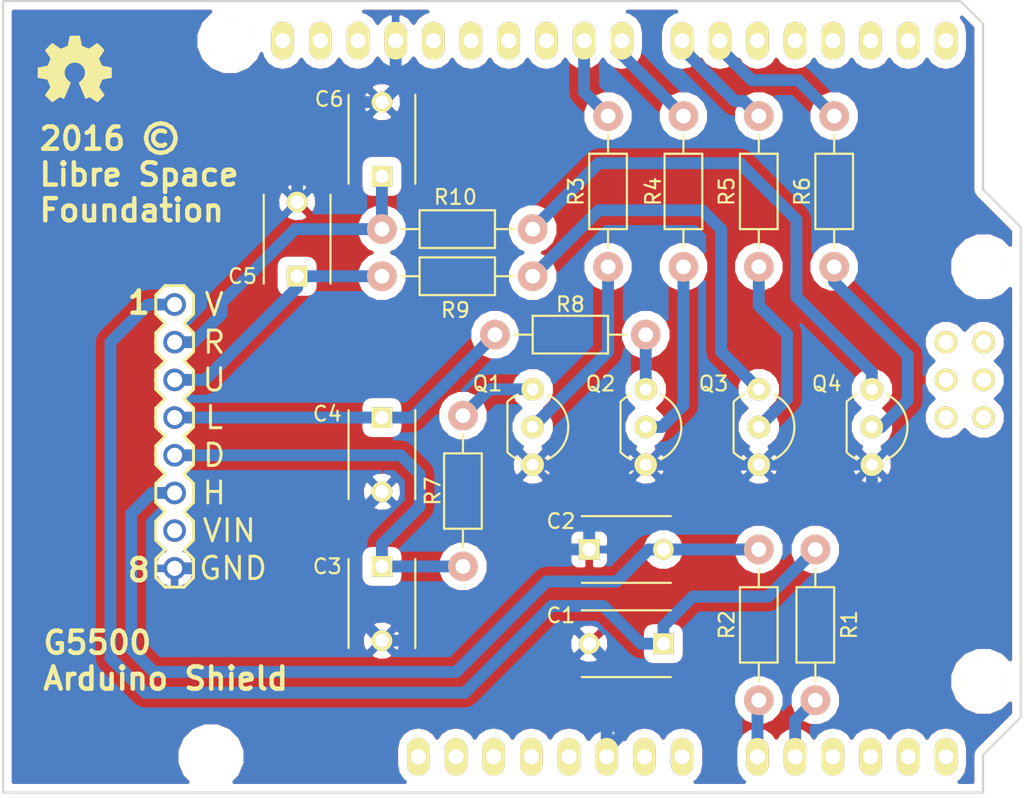
<source format=kicad_pcb>
(kicad_pcb (version 4) (host pcbnew 4.0.6)

  (general
    (links 38)
    (no_connects 0)
    (area 116.5361 66.1258 186.756601 123.405)
    (thickness 1.6)
    (drawings 21)
    (tracks 118)
    (zones 0)
    (modules 23)
    (nets 43)
  )

  (page A4)
  (layers
    (0 F.Cu signal)
    (31 B.Cu signal)
    (32 B.Adhes user)
    (33 F.Adhes user)
    (34 B.Paste user)
    (35 F.Paste user)
    (36 B.SilkS user)
    (37 F.SilkS user)
    (38 B.Mask user)
    (39 F.Mask user)
    (40 Dwgs.User user)
    (41 Cmts.User user)
    (42 Eco1.User user)
    (43 Eco2.User user)
    (44 Edge.Cuts user)
    (45 Margin user)
    (46 B.CrtYd user)
    (47 F.CrtYd user)
    (48 B.Fab user hide)
    (49 F.Fab user)
  )

  (setup
    (last_trace_width 0.8)
    (user_trace_width 0.8)
    (user_trace_width 1)
    (user_trace_width 2)
    (trace_clearance 0.6)
    (zone_clearance 0.508)
    (zone_45_only no)
    (trace_min 0.2)
    (segment_width 0.2)
    (edge_width 0.15)
    (via_size 0.6)
    (via_drill 0.4)
    (via_min_size 0.4)
    (via_min_drill 0.3)
    (uvia_size 0.3)
    (uvia_drill 0.1)
    (uvias_allowed no)
    (uvia_min_size 0.2)
    (uvia_min_drill 0.1)
    (pcb_text_width 0.3)
    (pcb_text_size 1.5 1.5)
    (mod_edge_width 0.15)
    (mod_text_size 1 1)
    (mod_text_width 0.15)
    (pad_size 1.524 1.524)
    (pad_drill 0.762)
    (pad_to_mask_clearance 0.2)
    (aux_axis_origin 0 0)
    (visible_elements FFFFFF7F)
    (pcbplotparams
      (layerselection 0x010fc_80000001)
      (usegerberextensions false)
      (excludeedgelayer false)
      (linewidth 0.100000)
      (plotframeref false)
      (viasonmask false)
      (mode 1)
      (useauxorigin false)
      (hpglpennumber 1)
      (hpglpenspeed 20)
      (hpglpendiameter 15)
      (hpglpenoverlay 2)
      (psnegative false)
      (psa4output false)
      (plotreference false)
      (plotvalue true)
      (plotinvisibletext false)
      (padsonsilk false)
      (subtractmaskfromsilk false)
      (outputformat 1)
      (mirror false)
      (drillshape 0)
      (scaleselection 1)
      (outputdirectory gerber/))
  )

  (net 0 "")
  (net 1 GND)
  (net 2 "Net-(Q1-Pad1)")
  (net 3 "Net-(Q2-Pad1)")
  (net 4 "Net-(Q3-Pad1)")
  (net 5 "Net-(Q4-Pad1)")
  (net 6 "Net-(R1-Pad2)")
  (net 7 "Net-(R2-Pad2)")
  (net 8 "Net-(R3-Pad2)")
  (net 9 "Net-(R4-Pad2)")
  (net 10 "Net-(R5-Pad2)")
  (net 11 "Net-(R6-Pad2)")
  (net 12 "Net-(SHIELD1-PadAD5)")
  (net 13 "Net-(SHIELD1-PadAD4)")
  (net 14 "Net-(SHIELD1-PadAD3)")
  (net 15 "Net-(SHIELD1-PadAD2)")
  (net 16 "Net-(SHIELD1-PadV_IN)")
  (net 17 "Net-(SHIELD1-PadGND2)")
  (net 18 "Net-(SHIELD1-Pad3V3)")
  (net 19 "Net-(SHIELD1-PadRST)")
  (net 20 "Net-(SHIELD1-Pad0)")
  (net 21 "Net-(SHIELD1-Pad1)")
  (net 22 "Net-(SHIELD1-Pad2)")
  (net 23 "Net-(SHIELD1-Pad3)")
  (net 24 "Net-(SHIELD1-Pad4)")
  (net 25 "Net-(SHIELD1-Pad5)")
  (net 26 "Net-(SHIELD1-Pad10)")
  (net 27 "Net-(SHIELD1-Pad11)")
  (net 28 "Net-(SHIELD1-Pad12)")
  (net 29 "Net-(SHIELD1-Pad13)")
  (net 30 "Net-(SHIELD1-PadAREF)")
  (net 31 "Net-(SHIELD1-Pad5V)")
  (net 32 "Net-(JP1-Pad7)")
  (net 33 "Net-(Q1-Pad2)")
  (net 34 "Net-(Q2-Pad2)")
  (net 35 "Net-(Q3-Pad2)")
  (net 36 "Net-(Q4-Pad2)")
  (net 37 H)
  (net 38 V)
  (net 39 D)
  (net 40 L)
  (net 41 U)
  (net 42 R)

  (net_class Default "This is the default net class."
    (clearance 0.6)
    (trace_width 0.8)
    (via_dia 0.6)
    (via_drill 0.4)
    (uvia_dia 0.3)
    (uvia_drill 0.1)
    (add_net D)
    (add_net GND)
    (add_net H)
    (add_net L)
    (add_net "Net-(JP1-Pad7)")
    (add_net "Net-(Q1-Pad1)")
    (add_net "Net-(Q1-Pad2)")
    (add_net "Net-(Q2-Pad1)")
    (add_net "Net-(Q2-Pad2)")
    (add_net "Net-(Q3-Pad1)")
    (add_net "Net-(Q3-Pad2)")
    (add_net "Net-(Q4-Pad1)")
    (add_net "Net-(Q4-Pad2)")
    (add_net "Net-(R1-Pad2)")
    (add_net "Net-(R2-Pad2)")
    (add_net "Net-(R3-Pad2)")
    (add_net "Net-(R4-Pad2)")
    (add_net "Net-(R5-Pad2)")
    (add_net "Net-(R6-Pad2)")
    (add_net "Net-(SHIELD1-Pad0)")
    (add_net "Net-(SHIELD1-Pad1)")
    (add_net "Net-(SHIELD1-Pad10)")
    (add_net "Net-(SHIELD1-Pad11)")
    (add_net "Net-(SHIELD1-Pad12)")
    (add_net "Net-(SHIELD1-Pad13)")
    (add_net "Net-(SHIELD1-Pad2)")
    (add_net "Net-(SHIELD1-Pad3)")
    (add_net "Net-(SHIELD1-Pad3V3)")
    (add_net "Net-(SHIELD1-Pad4)")
    (add_net "Net-(SHIELD1-Pad5)")
    (add_net "Net-(SHIELD1-Pad5V)")
    (add_net "Net-(SHIELD1-PadAD2)")
    (add_net "Net-(SHIELD1-PadAD3)")
    (add_net "Net-(SHIELD1-PadAD4)")
    (add_net "Net-(SHIELD1-PadAD5)")
    (add_net "Net-(SHIELD1-PadAREF)")
    (add_net "Net-(SHIELD1-PadGND2)")
    (add_net "Net-(SHIELD1-PadRST)")
    (add_net "Net-(SHIELD1-PadV_IN)")
    (add_net R)
    (add_net U)
    (add_net V)
  )

  (module freetronics_footprints:ARDUINO_SHIELD (layer F.Cu) (tedit 5683D01E) (tstamp 5683A62A)
    (at 117.3861 122.555)
    (descr http://www.thingiverse.com/thing:9630)
    (path /5682C70D)
    (fp_text reference SHIELD1 (at 5.8039 -2.667) (layer F.SilkS) hide
      (effects (font (thickness 0.3048)))
    )
    (fp_text value ARDUINO_SHIELD (at 10.16 -54.61) (layer F.SilkS) hide
      (effects (font (thickness 0.3048)))
    )
    (fp_line (start 66.04 -40.64) (end 66.04 -52.07) (layer Cmts.User) (width 0.381))
    (fp_line (start 66.04 -52.07) (end 64.77 -53.34) (layer Cmts.User) (width 0.381))
    (fp_line (start 64.77 -53.34) (end 0 -53.34) (layer Cmts.User) (width 0.381))
    (fp_line (start 66.04 0) (end 0 0) (layer Cmts.User) (width 0.381))
    (fp_line (start 0 0) (end 0 -53.34) (layer Cmts.User) (width 0.381))
    (fp_line (start 66.04 -40.64) (end 68.58 -38.1) (layer Cmts.User) (width 0.381))
    (fp_line (start 68.58 -38.1) (end 68.58 -5.08) (layer Cmts.User) (width 0.381))
    (fp_line (start 68.58 -5.08) (end 66.04 -2.54) (layer Cmts.User) (width 0.381))
    (fp_line (start 66.04 -2.54) (end 66.04 0) (layer Cmts.User) (width 0.381))
    (pad AD5 thru_hole oval (at 63.5 -2.54 90) (size 2.54 1.524) (drill 1.016) (layers *.Cu *.Mask F.SilkS)
      (net 12 "Net-(SHIELD1-PadAD5)"))
    (pad AD4 thru_hole oval (at 60.96 -2.54 90) (size 2.54 1.524) (drill 1.016) (layers *.Cu *.Mask F.SilkS)
      (net 13 "Net-(SHIELD1-PadAD4)"))
    (pad AD3 thru_hole oval (at 58.42 -2.54 90) (size 2.54 1.524) (drill 1.016) (layers *.Cu *.Mask F.SilkS)
      (net 14 "Net-(SHIELD1-PadAD3)"))
    (pad AD0 thru_hole oval (at 50.8 -2.54 90) (size 2.54 1.524) (drill 1.016) (layers *.Cu *.Mask F.SilkS)
      (net 7 "Net-(R2-Pad2)"))
    (pad AD1 thru_hole oval (at 53.34 -2.54 90) (size 2.54 1.524) (drill 1.016) (layers *.Cu *.Mask F.SilkS)
      (net 6 "Net-(R1-Pad2)"))
    (pad AD2 thru_hole oval (at 55.88 -2.54 90) (size 2.54 1.524) (drill 1.016) (layers *.Cu *.Mask F.SilkS)
      (net 15 "Net-(SHIELD1-PadAD2)"))
    (pad V_IN thru_hole oval (at 45.72 -2.54 90) (size 2.54 1.524) (drill 1.016) (layers *.Cu *.Mask F.SilkS)
      (net 16 "Net-(SHIELD1-PadV_IN)"))
    (pad GND2 thru_hole oval (at 43.18 -2.54 90) (size 2.54 1.524) (drill 1.016) (layers *.Cu *.Mask F.SilkS)
      (net 17 "Net-(SHIELD1-PadGND2)"))
    (pad GND1 thru_hole oval (at 40.64 -2.54 90) (size 2.54 1.524) (drill 1.016) (layers *.Cu *.Mask F.SilkS)
      (net 1 GND))
    (pad 3V3 thru_hole oval (at 35.56 -2.54 90) (size 2.54 1.524) (drill 1.016) (layers *.Cu *.Mask F.SilkS)
      (net 18 "Net-(SHIELD1-Pad3V3)"))
    (pad RST thru_hole oval (at 33.02 -2.54 90) (size 2.54 1.524) (drill 1.016) (layers *.Cu *.Mask F.SilkS)
      (net 19 "Net-(SHIELD1-PadRST)"))
    (pad 0 thru_hole oval (at 63.5 -50.8 90) (size 2.54 1.524) (drill 1.016) (layers *.Cu *.Mask F.SilkS)
      (net 20 "Net-(SHIELD1-Pad0)"))
    (pad 1 thru_hole oval (at 60.96 -50.8 90) (size 2.54 1.524) (drill 1.016) (layers *.Cu *.Mask F.SilkS)
      (net 21 "Net-(SHIELD1-Pad1)"))
    (pad 2 thru_hole oval (at 58.42 -50.8 90) (size 2.54 1.524) (drill 1.016) (layers *.Cu *.Mask F.SilkS)
      (net 22 "Net-(SHIELD1-Pad2)"))
    (pad 3 thru_hole oval (at 55.88 -50.8 90) (size 2.54 1.524) (drill 1.016) (layers *.Cu *.Mask F.SilkS)
      (net 23 "Net-(SHIELD1-Pad3)"))
    (pad 4 thru_hole oval (at 53.34 -50.8 90) (size 2.54 1.524) (drill 1.016) (layers *.Cu *.Mask F.SilkS)
      (net 24 "Net-(SHIELD1-Pad4)"))
    (pad 5 thru_hole oval (at 50.8 -50.8 90) (size 2.54 1.524) (drill 1.016) (layers *.Cu *.Mask F.SilkS)
      (net 25 "Net-(SHIELD1-Pad5)"))
    (pad 6 thru_hole oval (at 48.26 -50.8 90) (size 2.54 1.524) (drill 1.016) (layers *.Cu *.Mask F.SilkS)
      (net 11 "Net-(R6-Pad2)"))
    (pad 7 thru_hole oval (at 45.72 -50.8 90) (size 2.54 1.524) (drill 1.016) (layers *.Cu *.Mask F.SilkS)
      (net 10 "Net-(R5-Pad2)"))
    (pad 8 thru_hole oval (at 41.656 -50.8 90) (size 2.54 1.524) (drill 1.016) (layers *.Cu *.Mask F.SilkS)
      (net 9 "Net-(R4-Pad2)"))
    (pad 9 thru_hole oval (at 39.116 -50.8 90) (size 2.54 1.524) (drill 1.016) (layers *.Cu *.Mask F.SilkS)
      (net 8 "Net-(R3-Pad2)"))
    (pad 10 thru_hole oval (at 36.576 -50.8 90) (size 2.54 1.524) (drill 1.016) (layers *.Cu *.Mask F.SilkS)
      (net 26 "Net-(SHIELD1-Pad10)"))
    (pad 11 thru_hole oval (at 34.036 -50.8 90) (size 2.54 1.524) (drill 1.016) (layers *.Cu *.Mask F.SilkS)
      (net 27 "Net-(SHIELD1-Pad11)"))
    (pad 12 thru_hole oval (at 31.496 -50.8 90) (size 2.54 1.524) (drill 1.016) (layers *.Cu *.Mask F.SilkS)
      (net 28 "Net-(SHIELD1-Pad12)"))
    (pad 13 thru_hole oval (at 28.956 -50.8 90) (size 2.54 1.524) (drill 1.016) (layers *.Cu *.Mask F.SilkS)
      (net 29 "Net-(SHIELD1-Pad13)"))
    (pad GND3 thru_hole oval (at 26.416 -50.8 90) (size 2.54 1.524) (drill 1.016) (layers *.Cu *.Mask F.SilkS)
      (net 1 GND))
    (pad AREF thru_hole oval (at 23.876 -50.8 90) (size 2.54 1.524) (drill 1.016) (layers *.Cu *.Mask F.SilkS)
      (net 30 "Net-(SHIELD1-PadAREF)"))
    (pad 5V thru_hole oval (at 38.1 -2.54 90) (size 2.54 1.524) (drill 1.016) (layers *.Cu *.Mask F.SilkS)
      (net 31 "Net-(SHIELD1-Pad5V)"))
    (pad "" np_thru_hole circle (at 66.04 -7.62 90) (size 3.175 3.175) (drill 3.175) (layers *.Cu *.Mask F.SilkS))
    (pad "" np_thru_hole circle (at 66.04 -35.56 90) (size 3.175 3.175) (drill 3.175) (layers *.Cu *.Mask F.SilkS))
    (pad "" np_thru_hole circle (at 15.24 -50.8 90) (size 3.175 3.175) (drill 3.175) (layers *.Cu *.Mask F.SilkS))
    (pad "" np_thru_hole circle (at 13.97 -2.54 90) (size 3.175 3.175) (drill 3.175) (layers *.Cu *.Mask F.SilkS))
    (pad SDA thru_hole oval (at 21.336 -50.8 90) (size 2.54 1.524) (drill 1.016) (layers *.Cu *.Mask F.SilkS))
    (pad SCL thru_hole oval (at 18.796 -50.8 90) (size 2.54 1.524) (drill 1.016) (layers *.Cu *.Mask F.SilkS))
    (pad IO_R thru_hole oval (at 30.48 -2.54 90) (size 2.54 1.524) (drill 1.016) (layers *.Cu *.Mask F.SilkS))
    (pad NC thru_hole oval (at 27.94 -2.54 90) (size 2.54 1.524) (drill 1.016) (layers *.Cu *.Mask F.SilkS))
    (pad SP1 thru_hole circle (at 63.5 -30.48 90) (size 1.524 1.524) (drill 1.016) (layers *.Cu *.Mask F.SilkS))
    (pad SP2 thru_hole circle (at 66.04 -30.48 90) (size 1.524 1.524) (drill 1.016) (layers *.Cu *.Mask F.SilkS))
    (pad SP3 thru_hole circle (at 63.5 -27.94 90) (size 1.524 1.524) (drill 1.016) (layers *.Cu *.Mask F.SilkS))
    (pad SP4 thru_hole circle (at 66.04 -27.94 90) (size 1.524 1.524) (drill 1.016) (layers *.Cu *.Mask F.SilkS))
    (pad SP5 thru_hole circle (at 63.5 -25.4 90) (size 1.524 1.524) (drill 1.016) (layers *.Cu *.Mask F.SilkS))
    (pad SP6 thru_hole circle (at 66.04 -25.4 90) (size 1.524 1.524) (drill 1.016) (layers *.Cu *.Mask F.SilkS))
  )

  (module Capacitors_ThroughHole:C_Disc_D6_P5 (layer F.Cu) (tedit 0) (tstamp 5683A53B)
    (at 161.845 112.395 180)
    (descr "Capacitor 6mm Disc, Pitch 5mm")
    (tags Capacitor)
    (path /5682E2F9)
    (fp_text reference C1 (at 6.905 1.905 180) (layer F.SilkS)
      (effects (font (size 1 1) (thickness 0.15)))
    )
    (fp_text value 10n (at 2.54 0 180) (layer F.Fab)
      (effects (font (size 1 1) (thickness 0.15)))
    )
    (fp_line (start -0.95 -2.5) (end 5.95 -2.5) (layer F.CrtYd) (width 0.05))
    (fp_line (start 5.95 -2.5) (end 5.95 2.5) (layer F.CrtYd) (width 0.05))
    (fp_line (start 5.95 2.5) (end -0.95 2.5) (layer F.CrtYd) (width 0.05))
    (fp_line (start -0.95 2.5) (end -0.95 -2.5) (layer F.CrtYd) (width 0.05))
    (fp_line (start -0.5 -2.25) (end 5.5 -2.25) (layer F.SilkS) (width 0.15))
    (fp_line (start 5.5 2.25) (end -0.5 2.25) (layer F.SilkS) (width 0.15))
    (pad 1 thru_hole rect (at 0 0 180) (size 1.4 1.4) (drill 0.9) (layers *.Cu *.Mask F.SilkS)
      (net 37 H))
    (pad 2 thru_hole circle (at 5 0 180) (size 1.4 1.4) (drill 0.9) (layers *.Cu *.Mask F.SilkS)
      (net 1 GND))
    (model Capacitors_ThroughHole.3dshapes/C_Disc_D6_P5.wrl
      (at (xyz 0.0984252 0 0))
      (scale (xyz 1 1 1))
      (rotate (xyz 0 0 0))
    )
  )

  (module Capacitors_ThroughHole:C_Disc_D6_P5 (layer F.Cu) (tedit 0) (tstamp 5683A547)
    (at 156.845 106.045)
    (descr "Capacitor 6mm Disc, Pitch 5mm")
    (tags Capacitor)
    (path /5682E508)
    (fp_text reference C2 (at -1.905 -1.905) (layer F.SilkS)
      (effects (font (size 1 1) (thickness 0.15)))
    )
    (fp_text value 10n (at 2.54 0) (layer F.Fab)
      (effects (font (size 1 1) (thickness 0.15)))
    )
    (fp_line (start -0.95 -2.5) (end 5.95 -2.5) (layer F.CrtYd) (width 0.05))
    (fp_line (start 5.95 -2.5) (end 5.95 2.5) (layer F.CrtYd) (width 0.05))
    (fp_line (start 5.95 2.5) (end -0.95 2.5) (layer F.CrtYd) (width 0.05))
    (fp_line (start -0.95 2.5) (end -0.95 -2.5) (layer F.CrtYd) (width 0.05))
    (fp_line (start -0.5 -2.25) (end 5.5 -2.25) (layer F.SilkS) (width 0.15))
    (fp_line (start 5.5 2.25) (end -0.5 2.25) (layer F.SilkS) (width 0.15))
    (pad 1 thru_hole rect (at 0 0) (size 1.4 1.4) (drill 0.9) (layers *.Cu *.Mask F.SilkS)
      (net 1 GND))
    (pad 2 thru_hole circle (at 5 0) (size 1.4 1.4) (drill 0.9) (layers *.Cu *.Mask F.SilkS)
      (net 38 V))
    (model Capacitors_ThroughHole.3dshapes/C_Disc_D6_P5.wrl
      (at (xyz 0.0984252 0 0))
      (scale (xyz 1 1 1))
      (rotate (xyz 0 0 0))
    )
  )

  (module Capacitors_ThroughHole:C_Disc_D6_P5 (layer F.Cu) (tedit 0) (tstamp 5683A553)
    (at 142.875 107.188 270)
    (descr "Capacitor 6mm Disc, Pitch 5mm")
    (tags Capacitor)
    (path /5682EC0B)
    (fp_text reference C3 (at 0 3.683 360) (layer F.SilkS)
      (effects (font (size 1 1) (thickness 0.15)))
    )
    (fp_text value 10n (at 2.5 0 270) (layer F.Fab)
      (effects (font (size 1 1) (thickness 0.15)))
    )
    (fp_line (start -0.95 -2.5) (end 5.95 -2.5) (layer F.CrtYd) (width 0.05))
    (fp_line (start 5.95 -2.5) (end 5.95 2.5) (layer F.CrtYd) (width 0.05))
    (fp_line (start 5.95 2.5) (end -0.95 2.5) (layer F.CrtYd) (width 0.05))
    (fp_line (start -0.95 2.5) (end -0.95 -2.5) (layer F.CrtYd) (width 0.05))
    (fp_line (start -0.5 -2.25) (end 5.5 -2.25) (layer F.SilkS) (width 0.15))
    (fp_line (start 5.5 2.25) (end -0.5 2.25) (layer F.SilkS) (width 0.15))
    (pad 1 thru_hole rect (at 0 0 270) (size 1.4 1.4) (drill 0.9) (layers *.Cu *.Mask F.SilkS)
      (net 39 D))
    (pad 2 thru_hole circle (at 5 0 270) (size 1.4 1.4) (drill 0.9) (layers *.Cu *.Mask F.SilkS)
      (net 1 GND))
    (model Capacitors_ThroughHole.3dshapes/C_Disc_D6_P5.wrl
      (at (xyz 0.0984252 0 0))
      (scale (xyz 1 1 1))
      (rotate (xyz 0 0 0))
    )
  )

  (module Capacitors_ThroughHole:C_Disc_D6_P5 (layer F.Cu) (tedit 0) (tstamp 5683A55F)
    (at 142.875 97.155 270)
    (descr "Capacitor 6mm Disc, Pitch 5mm")
    (tags Capacitor)
    (path /5682EEE9)
    (fp_text reference C4 (at -0.254 3.683 360) (layer F.SilkS)
      (effects (font (size 1 1) (thickness 0.15)))
    )
    (fp_text value 10n (at 2.54 0 270) (layer F.Fab)
      (effects (font (size 1 1) (thickness 0.15)))
    )
    (fp_line (start -0.95 -2.5) (end 5.95 -2.5) (layer F.CrtYd) (width 0.05))
    (fp_line (start 5.95 -2.5) (end 5.95 2.5) (layer F.CrtYd) (width 0.05))
    (fp_line (start 5.95 2.5) (end -0.95 2.5) (layer F.CrtYd) (width 0.05))
    (fp_line (start -0.95 2.5) (end -0.95 -2.5) (layer F.CrtYd) (width 0.05))
    (fp_line (start -0.5 -2.25) (end 5.5 -2.25) (layer F.SilkS) (width 0.15))
    (fp_line (start 5.5 2.25) (end -0.5 2.25) (layer F.SilkS) (width 0.15))
    (pad 1 thru_hole rect (at 0 0 270) (size 1.4 1.4) (drill 0.9) (layers *.Cu *.Mask F.SilkS)
      (net 40 L))
    (pad 2 thru_hole circle (at 5 0 270) (size 1.4 1.4) (drill 0.9) (layers *.Cu *.Mask F.SilkS)
      (net 1 GND))
    (model Capacitors_ThroughHole.3dshapes/C_Disc_D6_P5.wrl
      (at (xyz 0.0984252 0 0))
      (scale (xyz 1 1 1))
      (rotate (xyz 0 0 0))
    )
  )

  (module Capacitors_ThroughHole:C_Disc_D6_P5 (layer F.Cu) (tedit 0) (tstamp 5683A56B)
    (at 137.16 87.63 90)
    (descr "Capacitor 6mm Disc, Pitch 5mm")
    (tags Capacitor)
    (path /5682EF32)
    (fp_text reference C5 (at 0 -3.683 180) (layer F.SilkS)
      (effects (font (size 1 1) (thickness 0.15)))
    )
    (fp_text value 10n (at 2.5 0 90) (layer F.Fab)
      (effects (font (size 1 1) (thickness 0.15)))
    )
    (fp_line (start -0.95 -2.5) (end 5.95 -2.5) (layer F.CrtYd) (width 0.05))
    (fp_line (start 5.95 -2.5) (end 5.95 2.5) (layer F.CrtYd) (width 0.05))
    (fp_line (start 5.95 2.5) (end -0.95 2.5) (layer F.CrtYd) (width 0.05))
    (fp_line (start -0.95 2.5) (end -0.95 -2.5) (layer F.CrtYd) (width 0.05))
    (fp_line (start -0.5 -2.25) (end 5.5 -2.25) (layer F.SilkS) (width 0.15))
    (fp_line (start 5.5 2.25) (end -0.5 2.25) (layer F.SilkS) (width 0.15))
    (pad 1 thru_hole rect (at 0 0 90) (size 1.4 1.4) (drill 0.9) (layers *.Cu *.Mask F.SilkS)
      (net 41 U))
    (pad 2 thru_hole circle (at 5 0 90) (size 1.4 1.4) (drill 0.9) (layers *.Cu *.Mask F.SilkS)
      (net 1 GND))
    (model Capacitors_ThroughHole.3dshapes/C_Disc_D6_P5.wrl
      (at (xyz 0.0984252 0 0))
      (scale (xyz 1 1 1))
      (rotate (xyz 0 0 0))
    )
  )

  (module Capacitors_ThroughHole:C_Disc_D6_P5 (layer F.Cu) (tedit 0) (tstamp 5683A577)
    (at 142.875 80.899 90)
    (descr "Capacitor 6mm Disc, Pitch 5mm")
    (tags Capacitor)
    (path /5682EF77)
    (fp_text reference C6 (at 5.207 -3.556 180) (layer F.SilkS)
      (effects (font (size 1 1) (thickness 0.15)))
    )
    (fp_text value 10n (at 2.54 0 90) (layer F.Fab)
      (effects (font (size 1 1) (thickness 0.15)))
    )
    (fp_line (start -0.95 -2.5) (end 5.95 -2.5) (layer F.CrtYd) (width 0.05))
    (fp_line (start 5.95 -2.5) (end 5.95 2.5) (layer F.CrtYd) (width 0.05))
    (fp_line (start 5.95 2.5) (end -0.95 2.5) (layer F.CrtYd) (width 0.05))
    (fp_line (start -0.95 2.5) (end -0.95 -2.5) (layer F.CrtYd) (width 0.05))
    (fp_line (start -0.5 -2.25) (end 5.5 -2.25) (layer F.SilkS) (width 0.15))
    (fp_line (start 5.5 2.25) (end -0.5 2.25) (layer F.SilkS) (width 0.15))
    (pad 1 thru_hole rect (at 0 0 90) (size 1.4 1.4) (drill 0.9) (layers *.Cu *.Mask F.SilkS)
      (net 42 R))
    (pad 2 thru_hole circle (at 5 0 90) (size 1.4 1.4) (drill 0.9) (layers *.Cu *.Mask F.SilkS)
      (net 1 GND))
    (model Capacitors_ThroughHole.3dshapes/C_Disc_D6_P5.wrl
      (at (xyz 0.0984252 0 0))
      (scale (xyz 1 1 1))
      (rotate (xyz 0 0 0))
    )
  )

  (module TO_SOT_Packages_THT:TO-92_Inline_Wide (layer F.Cu) (tedit 54F242B4) (tstamp 5683A587)
    (at 153.035 95.25 270)
    (descr "TO-92 leads in-line, wide, drill 0.8mm (see NXP sot054_po.pdf)")
    (tags "to-92 sc-43 sc-43a sot54 PA33 transistor")
    (path /5682CE9B)
    (fp_text reference Q1 (at -0.381 3.048 540) (layer F.SilkS)
      (effects (font (size 1 1) (thickness 0.15)))
    )
    (fp_text value PN2222A (at 2.54 -2.54 270) (layer F.Fab)
      (effects (font (size 1 1) (thickness 0.15)))
    )
    (fp_arc (start 2.54 0) (end 0.84 1.7) (angle 20.5) (layer F.SilkS) (width 0.15))
    (fp_arc (start 2.54 0) (end 4.24 1.7) (angle -20.5) (layer F.SilkS) (width 0.15))
    (fp_line (start -1 1.95) (end -1 -2.65) (layer F.CrtYd) (width 0.05))
    (fp_line (start -1 1.95) (end 6.1 1.95) (layer F.CrtYd) (width 0.05))
    (fp_line (start 0.84 1.7) (end 4.24 1.7) (layer F.SilkS) (width 0.15))
    (fp_arc (start 2.54 0) (end 2.54 -2.4) (angle -65.55604127) (layer F.SilkS) (width 0.15))
    (fp_arc (start 2.54 0) (end 2.54 -2.4) (angle 65.55604127) (layer F.SilkS) (width 0.15))
    (fp_line (start -1 -2.65) (end 6.1 -2.65) (layer F.CrtYd) (width 0.05))
    (fp_line (start 6.1 1.95) (end 6.1 -2.65) (layer F.CrtYd) (width 0.05))
    (pad 2 thru_hole circle (at 2.54 0) (size 1.524 1.524) (drill 0.8) (layers *.Cu *.Mask F.SilkS)
      (net 33 "Net-(Q1-Pad2)"))
    (pad 3 thru_hole circle (at 5.08 0) (size 1.524 1.524) (drill 0.8) (layers *.Cu *.Mask F.SilkS)
      (net 1 GND))
    (pad 1 thru_hole circle (at 0 0) (size 1.524 1.524) (drill 0.8) (layers *.Cu *.Mask F.SilkS)
      (net 2 "Net-(Q1-Pad1)"))
    (model TO_SOT_Packages_THT.3dshapes/TO-92_Inline_Wide.wrl
      (at (xyz 0.1 0 0))
      (scale (xyz 1 1 1))
      (rotate (xyz 0 0 -90))
    )
  )

  (module TO_SOT_Packages_THT:TO-92_Inline_Wide (layer F.Cu) (tedit 54F242B4) (tstamp 5683A597)
    (at 160.655 95.25 270)
    (descr "TO-92 leads in-line, wide, drill 0.8mm (see NXP sot054_po.pdf)")
    (tags "to-92 sc-43 sc-43a sot54 PA33 transistor")
    (path /5682CE70)
    (fp_text reference Q2 (at -0.381 3.048 540) (layer F.SilkS)
      (effects (font (size 1 1) (thickness 0.15)))
    )
    (fp_text value PN2222A (at 2.54 -2.54 270) (layer F.Fab)
      (effects (font (size 1 1) (thickness 0.15)))
    )
    (fp_arc (start 2.54 0) (end 0.84 1.7) (angle 20.5) (layer F.SilkS) (width 0.15))
    (fp_arc (start 2.54 0) (end 4.24 1.7) (angle -20.5) (layer F.SilkS) (width 0.15))
    (fp_line (start -1 1.95) (end -1 -2.65) (layer F.CrtYd) (width 0.05))
    (fp_line (start -1 1.95) (end 6.1 1.95) (layer F.CrtYd) (width 0.05))
    (fp_line (start 0.84 1.7) (end 4.24 1.7) (layer F.SilkS) (width 0.15))
    (fp_arc (start 2.54 0) (end 2.54 -2.4) (angle -65.55604127) (layer F.SilkS) (width 0.15))
    (fp_arc (start 2.54 0) (end 2.54 -2.4) (angle 65.55604127) (layer F.SilkS) (width 0.15))
    (fp_line (start -1 -2.65) (end 6.1 -2.65) (layer F.CrtYd) (width 0.05))
    (fp_line (start 6.1 1.95) (end 6.1 -2.65) (layer F.CrtYd) (width 0.05))
    (pad 2 thru_hole circle (at 2.54 0) (size 1.524 1.524) (drill 0.8) (layers *.Cu *.Mask F.SilkS)
      (net 34 "Net-(Q2-Pad2)"))
    (pad 3 thru_hole circle (at 5.08 0) (size 1.524 1.524) (drill 0.8) (layers *.Cu *.Mask F.SilkS)
      (net 1 GND))
    (pad 1 thru_hole circle (at 0 0) (size 1.524 1.524) (drill 0.8) (layers *.Cu *.Mask F.SilkS)
      (net 3 "Net-(Q2-Pad1)"))
    (model TO_SOT_Packages_THT.3dshapes/TO-92_Inline_Wide.wrl
      (at (xyz 0.1 0 0))
      (scale (xyz 1 1 1))
      (rotate (xyz 0 0 -90))
    )
  )

  (module TO_SOT_Packages_THT:TO-92_Inline_Wide (layer F.Cu) (tedit 54F242B4) (tstamp 5683A5A7)
    (at 168.275 95.25 270)
    (descr "TO-92 leads in-line, wide, drill 0.8mm (see NXP sot054_po.pdf)")
    (tags "to-92 sc-43 sc-43a sot54 PA33 transistor")
    (path /5682CC24)
    (fp_text reference Q3 (at -0.381 3.048 540) (layer F.SilkS)
      (effects (font (size 1 1) (thickness 0.15)))
    )
    (fp_text value PN2222A (at 2.54 -2.54 270) (layer F.Fab)
      (effects (font (size 1 1) (thickness 0.15)))
    )
    (fp_arc (start 2.54 0) (end 0.84 1.7) (angle 20.5) (layer F.SilkS) (width 0.15))
    (fp_arc (start 2.54 0) (end 4.24 1.7) (angle -20.5) (layer F.SilkS) (width 0.15))
    (fp_line (start -1 1.95) (end -1 -2.65) (layer F.CrtYd) (width 0.05))
    (fp_line (start -1 1.95) (end 6.1 1.95) (layer F.CrtYd) (width 0.05))
    (fp_line (start 0.84 1.7) (end 4.24 1.7) (layer F.SilkS) (width 0.15))
    (fp_arc (start 2.54 0) (end 2.54 -2.4) (angle -65.55604127) (layer F.SilkS) (width 0.15))
    (fp_arc (start 2.54 0) (end 2.54 -2.4) (angle 65.55604127) (layer F.SilkS) (width 0.15))
    (fp_line (start -1 -2.65) (end 6.1 -2.65) (layer F.CrtYd) (width 0.05))
    (fp_line (start 6.1 1.95) (end 6.1 -2.65) (layer F.CrtYd) (width 0.05))
    (pad 2 thru_hole circle (at 2.54 0) (size 1.524 1.524) (drill 0.8) (layers *.Cu *.Mask F.SilkS)
      (net 35 "Net-(Q3-Pad2)"))
    (pad 3 thru_hole circle (at 5.08 0) (size 1.524 1.524) (drill 0.8) (layers *.Cu *.Mask F.SilkS)
      (net 1 GND))
    (pad 1 thru_hole circle (at 0 0) (size 1.524 1.524) (drill 0.8) (layers *.Cu *.Mask F.SilkS)
      (net 4 "Net-(Q3-Pad1)"))
    (model TO_SOT_Packages_THT.3dshapes/TO-92_Inline_Wide.wrl
      (at (xyz 0.1 0 0))
      (scale (xyz 1 1 1))
      (rotate (xyz 0 0 -90))
    )
  )

  (module TO_SOT_Packages_THT:TO-92_Inline_Wide (layer F.Cu) (tedit 54F242B4) (tstamp 5683A5B7)
    (at 175.895 95.25 270)
    (descr "TO-92 leads in-line, wide, drill 0.8mm (see NXP sot054_po.pdf)")
    (tags "to-92 sc-43 sc-43a sot54 PA33 transistor")
    (path /5682CEBE)
    (fp_text reference Q4 (at -0.381 3.048 540) (layer F.SilkS)
      (effects (font (size 1 1) (thickness 0.15)))
    )
    (fp_text value PN2222A (at 2.54 -2.54 270) (layer F.Fab)
      (effects (font (size 1 1) (thickness 0.15)))
    )
    (fp_arc (start 2.54 0) (end 0.84 1.7) (angle 20.5) (layer F.SilkS) (width 0.15))
    (fp_arc (start 2.54 0) (end 4.24 1.7) (angle -20.5) (layer F.SilkS) (width 0.15))
    (fp_line (start -1 1.95) (end -1 -2.65) (layer F.CrtYd) (width 0.05))
    (fp_line (start -1 1.95) (end 6.1 1.95) (layer F.CrtYd) (width 0.05))
    (fp_line (start 0.84 1.7) (end 4.24 1.7) (layer F.SilkS) (width 0.15))
    (fp_arc (start 2.54 0) (end 2.54 -2.4) (angle -65.55604127) (layer F.SilkS) (width 0.15))
    (fp_arc (start 2.54 0) (end 2.54 -2.4) (angle 65.55604127) (layer F.SilkS) (width 0.15))
    (fp_line (start -1 -2.65) (end 6.1 -2.65) (layer F.CrtYd) (width 0.05))
    (fp_line (start 6.1 1.95) (end 6.1 -2.65) (layer F.CrtYd) (width 0.05))
    (pad 2 thru_hole circle (at 2.54 0) (size 1.524 1.524) (drill 0.8) (layers *.Cu *.Mask F.SilkS)
      (net 36 "Net-(Q4-Pad2)"))
    (pad 3 thru_hole circle (at 5.08 0) (size 1.524 1.524) (drill 0.8) (layers *.Cu *.Mask F.SilkS)
      (net 1 GND))
    (pad 1 thru_hole circle (at 0 0) (size 1.524 1.524) (drill 0.8) (layers *.Cu *.Mask F.SilkS)
      (net 5 "Net-(Q4-Pad1)"))
    (model TO_SOT_Packages_THT.3dshapes/TO-92_Inline_Wide.wrl
      (at (xyz 0.1 0 0))
      (scale (xyz 1 1 1))
      (rotate (xyz 0 0 -90))
    )
  )

  (module Resistors_ThroughHole:Resistor_Horizontal_RM10mm (layer F.Cu) (tedit 53F56209) (tstamp 5683A5BD)
    (at 172.085 111.125 270)
    (descr "Resistor, Axial,  RM 10mm, 1/3W,")
    (tags "Resistor, Axial, RM 10mm, 1/3W,")
    (path /5682DF1E)
    (fp_text reference R1 (at 0 -2.286 270) (layer F.SilkS)
      (effects (font (size 1 1) (thickness 0.15)))
    )
    (fp_text value 1K (at 0 0 270) (layer F.Fab)
      (effects (font (size 1 1) (thickness 0.15)))
    )
    (fp_line (start -2.54 -1.27) (end 2.54 -1.27) (layer F.SilkS) (width 0.15))
    (fp_line (start 2.54 -1.27) (end 2.54 1.27) (layer F.SilkS) (width 0.15))
    (fp_line (start 2.54 1.27) (end -2.54 1.27) (layer F.SilkS) (width 0.15))
    (fp_line (start -2.54 1.27) (end -2.54 -1.27) (layer F.SilkS) (width 0.15))
    (fp_line (start -2.54 0) (end -3.81 0) (layer F.SilkS) (width 0.15))
    (fp_line (start 2.54 0) (end 3.81 0) (layer F.SilkS) (width 0.15))
    (pad 1 thru_hole circle (at -5.08 0 270) (size 1.99898 1.99898) (drill 1.00076) (layers *.Cu *.SilkS *.Mask)
      (net 37 H))
    (pad 2 thru_hole circle (at 5.08 0 270) (size 1.99898 1.99898) (drill 1.00076) (layers *.Cu *.SilkS *.Mask)
      (net 6 "Net-(R1-Pad2)"))
    (model Resistors_ThroughHole.3dshapes/Resistor_Horizontal_RM10mm.wrl
      (at (xyz 0 0 0))
      (scale (xyz 0.4 0.4 0.4))
      (rotate (xyz 0 0 0))
    )
  )

  (module Resistors_ThroughHole:Resistor_Horizontal_RM10mm (layer F.Cu) (tedit 53F56209) (tstamp 5683A5C3)
    (at 168.275 111.125 270)
    (descr "Resistor, Axial,  RM 10mm, 1/3W,")
    (tags "Resistor, Axial, RM 10mm, 1/3W,")
    (path /5682E0C8)
    (fp_text reference R2 (at 0 2.159 270) (layer F.SilkS)
      (effects (font (size 1 1) (thickness 0.15)))
    )
    (fp_text value 1K (at 0 0 270) (layer F.Fab)
      (effects (font (size 1 1) (thickness 0.15)))
    )
    (fp_line (start -2.54 -1.27) (end 2.54 -1.27) (layer F.SilkS) (width 0.15))
    (fp_line (start 2.54 -1.27) (end 2.54 1.27) (layer F.SilkS) (width 0.15))
    (fp_line (start 2.54 1.27) (end -2.54 1.27) (layer F.SilkS) (width 0.15))
    (fp_line (start -2.54 1.27) (end -2.54 -1.27) (layer F.SilkS) (width 0.15))
    (fp_line (start -2.54 0) (end -3.81 0) (layer F.SilkS) (width 0.15))
    (fp_line (start 2.54 0) (end 3.81 0) (layer F.SilkS) (width 0.15))
    (pad 1 thru_hole circle (at -5.08 0 270) (size 1.99898 1.99898) (drill 1.00076) (layers *.Cu *.SilkS *.Mask)
      (net 38 V))
    (pad 2 thru_hole circle (at 5.08 0 270) (size 1.99898 1.99898) (drill 1.00076) (layers *.Cu *.SilkS *.Mask)
      (net 7 "Net-(R2-Pad2)"))
    (model Resistors_ThroughHole.3dshapes/Resistor_Horizontal_RM10mm.wrl
      (at (xyz 0 0 0))
      (scale (xyz 0.4 0.4 0.4))
      (rotate (xyz 0 0 0))
    )
  )

  (module Resistors_ThroughHole:Resistor_Horizontal_RM10mm (layer F.Cu) (tedit 53F56209) (tstamp 5683A5C9)
    (at 158.115 81.915 90)
    (descr "Resistor, Axial,  RM 10mm, 1/3W,")
    (tags "Resistor, Axial, RM 10mm, 1/3W,")
    (path /5682D180)
    (fp_text reference R3 (at 0 -2.159 90) (layer F.SilkS)
      (effects (font (size 1 1) (thickness 0.15)))
    )
    (fp_text value 1K (at 0 0 90) (layer F.Fab)
      (effects (font (size 1 1) (thickness 0.15)))
    )
    (fp_line (start -2.54 -1.27) (end 2.54 -1.27) (layer F.SilkS) (width 0.15))
    (fp_line (start 2.54 -1.27) (end 2.54 1.27) (layer F.SilkS) (width 0.15))
    (fp_line (start 2.54 1.27) (end -2.54 1.27) (layer F.SilkS) (width 0.15))
    (fp_line (start -2.54 1.27) (end -2.54 -1.27) (layer F.SilkS) (width 0.15))
    (fp_line (start -2.54 0) (end -3.81 0) (layer F.SilkS) (width 0.15))
    (fp_line (start 2.54 0) (end 3.81 0) (layer F.SilkS) (width 0.15))
    (pad 1 thru_hole circle (at -5.08 0 90) (size 1.99898 1.99898) (drill 1.00076) (layers *.Cu *.SilkS *.Mask)
      (net 33 "Net-(Q1-Pad2)"))
    (pad 2 thru_hole circle (at 5.08 0 90) (size 1.99898 1.99898) (drill 1.00076) (layers *.Cu *.SilkS *.Mask)
      (net 8 "Net-(R3-Pad2)"))
    (model Resistors_ThroughHole.3dshapes/Resistor_Horizontal_RM10mm.wrl
      (at (xyz 0 0 0))
      (scale (xyz 0.4 0.4 0.4))
      (rotate (xyz 0 0 0))
    )
  )

  (module Resistors_ThroughHole:Resistor_Horizontal_RM10mm (layer F.Cu) (tedit 53F56209) (tstamp 5683A5CF)
    (at 163.195 81.915 90)
    (descr "Resistor, Axial,  RM 10mm, 1/3W,")
    (tags "Resistor, Axial, RM 10mm, 1/3W,")
    (path /5682D1C2)
    (fp_text reference R4 (at 0 -2.032 90) (layer F.SilkS)
      (effects (font (size 1 1) (thickness 0.15)))
    )
    (fp_text value 1K (at 0 0 90) (layer F.Fab)
      (effects (font (size 1 1) (thickness 0.15)))
    )
    (fp_line (start -2.54 -1.27) (end 2.54 -1.27) (layer F.SilkS) (width 0.15))
    (fp_line (start 2.54 -1.27) (end 2.54 1.27) (layer F.SilkS) (width 0.15))
    (fp_line (start 2.54 1.27) (end -2.54 1.27) (layer F.SilkS) (width 0.15))
    (fp_line (start -2.54 1.27) (end -2.54 -1.27) (layer F.SilkS) (width 0.15))
    (fp_line (start -2.54 0) (end -3.81 0) (layer F.SilkS) (width 0.15))
    (fp_line (start 2.54 0) (end 3.81 0) (layer F.SilkS) (width 0.15))
    (pad 1 thru_hole circle (at -5.08 0 90) (size 1.99898 1.99898) (drill 1.00076) (layers *.Cu *.SilkS *.Mask)
      (net 34 "Net-(Q2-Pad2)"))
    (pad 2 thru_hole circle (at 5.08 0 90) (size 1.99898 1.99898) (drill 1.00076) (layers *.Cu *.SilkS *.Mask)
      (net 9 "Net-(R4-Pad2)"))
    (model Resistors_ThroughHole.3dshapes/Resistor_Horizontal_RM10mm.wrl
      (at (xyz 0 0 0))
      (scale (xyz 0.4 0.4 0.4))
      (rotate (xyz 0 0 0))
    )
  )

  (module Resistors_ThroughHole:Resistor_Horizontal_RM10mm (layer F.Cu) (tedit 53F56209) (tstamp 5683A5D5)
    (at 168.275 81.915 90)
    (descr "Resistor, Axial,  RM 10mm, 1/3W,")
    (tags "Resistor, Axial, RM 10mm, 1/3W,")
    (path /5682D1F9)
    (fp_text reference R5 (at 0 -2.159 90) (layer F.SilkS)
      (effects (font (size 1 1) (thickness 0.15)))
    )
    (fp_text value 1K (at 0 0 90) (layer F.Fab)
      (effects (font (size 1 1) (thickness 0.15)))
    )
    (fp_line (start -2.54 -1.27) (end 2.54 -1.27) (layer F.SilkS) (width 0.15))
    (fp_line (start 2.54 -1.27) (end 2.54 1.27) (layer F.SilkS) (width 0.15))
    (fp_line (start 2.54 1.27) (end -2.54 1.27) (layer F.SilkS) (width 0.15))
    (fp_line (start -2.54 1.27) (end -2.54 -1.27) (layer F.SilkS) (width 0.15))
    (fp_line (start -2.54 0) (end -3.81 0) (layer F.SilkS) (width 0.15))
    (fp_line (start 2.54 0) (end 3.81 0) (layer F.SilkS) (width 0.15))
    (pad 1 thru_hole circle (at -5.08 0 90) (size 1.99898 1.99898) (drill 1.00076) (layers *.Cu *.SilkS *.Mask)
      (net 35 "Net-(Q3-Pad2)"))
    (pad 2 thru_hole circle (at 5.08 0 90) (size 1.99898 1.99898) (drill 1.00076) (layers *.Cu *.SilkS *.Mask)
      (net 10 "Net-(R5-Pad2)"))
    (model Resistors_ThroughHole.3dshapes/Resistor_Horizontal_RM10mm.wrl
      (at (xyz 0 0 0))
      (scale (xyz 0.4 0.4 0.4))
      (rotate (xyz 0 0 0))
    )
  )

  (module Resistors_ThroughHole:Resistor_Horizontal_RM10mm (layer F.Cu) (tedit 53F56209) (tstamp 5683A5DB)
    (at 173.355 81.915 90)
    (descr "Resistor, Axial,  RM 10mm, 1/3W,")
    (tags "Resistor, Axial, RM 10mm, 1/3W,")
    (path /5682D224)
    (fp_text reference R6 (at 0 -2.159 90) (layer F.SilkS)
      (effects (font (size 1 1) (thickness 0.15)))
    )
    (fp_text value 1K (at 0 0 90) (layer F.Fab)
      (effects (font (size 1 1) (thickness 0.15)))
    )
    (fp_line (start -2.54 -1.27) (end 2.54 -1.27) (layer F.SilkS) (width 0.15))
    (fp_line (start 2.54 -1.27) (end 2.54 1.27) (layer F.SilkS) (width 0.15))
    (fp_line (start 2.54 1.27) (end -2.54 1.27) (layer F.SilkS) (width 0.15))
    (fp_line (start -2.54 1.27) (end -2.54 -1.27) (layer F.SilkS) (width 0.15))
    (fp_line (start -2.54 0) (end -3.81 0) (layer F.SilkS) (width 0.15))
    (fp_line (start 2.54 0) (end 3.81 0) (layer F.SilkS) (width 0.15))
    (pad 1 thru_hole circle (at -5.08 0 90) (size 1.99898 1.99898) (drill 1.00076) (layers *.Cu *.SilkS *.Mask)
      (net 36 "Net-(Q4-Pad2)"))
    (pad 2 thru_hole circle (at 5.08 0 90) (size 1.99898 1.99898) (drill 1.00076) (layers *.Cu *.SilkS *.Mask)
      (net 11 "Net-(R6-Pad2)"))
    (model Resistors_ThroughHole.3dshapes/Resistor_Horizontal_RM10mm.wrl
      (at (xyz 0 0 0))
      (scale (xyz 0.4 0.4 0.4))
      (rotate (xyz 0 0 0))
    )
  )

  (module Resistors_ThroughHole:Resistor_Horizontal_RM10mm (layer F.Cu) (tedit 53F56209) (tstamp 5683A5E1)
    (at 148.336 102.108 90)
    (descr "Resistor, Axial,  RM 10mm, 1/3W,")
    (tags "Resistor, Axial, RM 10mm, 1/3W,")
    (path /5682D4D3)
    (fp_text reference R7 (at 0 -2.032 90) (layer F.SilkS)
      (effects (font (size 1 1) (thickness 0.15)))
    )
    (fp_text value 33K (at 0 0 90) (layer F.Fab)
      (effects (font (size 1 1) (thickness 0.15)))
    )
    (fp_line (start -2.54 -1.27) (end 2.54 -1.27) (layer F.SilkS) (width 0.15))
    (fp_line (start 2.54 -1.27) (end 2.54 1.27) (layer F.SilkS) (width 0.15))
    (fp_line (start 2.54 1.27) (end -2.54 1.27) (layer F.SilkS) (width 0.15))
    (fp_line (start -2.54 1.27) (end -2.54 -1.27) (layer F.SilkS) (width 0.15))
    (fp_line (start -2.54 0) (end -3.81 0) (layer F.SilkS) (width 0.15))
    (fp_line (start 2.54 0) (end 3.81 0) (layer F.SilkS) (width 0.15))
    (pad 1 thru_hole circle (at -5.08 0 90) (size 1.99898 1.99898) (drill 1.00076) (layers *.Cu *.SilkS *.Mask)
      (net 39 D))
    (pad 2 thru_hole circle (at 5.08 0 90) (size 1.99898 1.99898) (drill 1.00076) (layers *.Cu *.SilkS *.Mask)
      (net 2 "Net-(Q1-Pad1)"))
    (model Resistors_ThroughHole.3dshapes/Resistor_Horizontal_RM10mm.wrl
      (at (xyz 0 0 0))
      (scale (xyz 0.4 0.4 0.4))
      (rotate (xyz 0 0 0))
    )
  )

  (module Resistors_ThroughHole:Resistor_Horizontal_RM10mm (layer F.Cu) (tedit 53F56209) (tstamp 5683A5E7)
    (at 155.575 91.567)
    (descr "Resistor, Axial,  RM 10mm, 1/3W,")
    (tags "Resistor, Axial, RM 10mm, 1/3W,")
    (path /5682D508)
    (fp_text reference R8 (at 0 -2.032) (layer F.SilkS)
      (effects (font (size 1 1) (thickness 0.15)))
    )
    (fp_text value 33K (at 0 0) (layer F.Fab)
      (effects (font (size 1 1) (thickness 0.15)))
    )
    (fp_line (start -2.54 -1.27) (end 2.54 -1.27) (layer F.SilkS) (width 0.15))
    (fp_line (start 2.54 -1.27) (end 2.54 1.27) (layer F.SilkS) (width 0.15))
    (fp_line (start 2.54 1.27) (end -2.54 1.27) (layer F.SilkS) (width 0.15))
    (fp_line (start -2.54 1.27) (end -2.54 -1.27) (layer F.SilkS) (width 0.15))
    (fp_line (start -2.54 0) (end -3.81 0) (layer F.SilkS) (width 0.15))
    (fp_line (start 2.54 0) (end 3.81 0) (layer F.SilkS) (width 0.15))
    (pad 1 thru_hole circle (at -5.08 0) (size 1.99898 1.99898) (drill 1.00076) (layers *.Cu *.SilkS *.Mask)
      (net 40 L))
    (pad 2 thru_hole circle (at 5.08 0) (size 1.99898 1.99898) (drill 1.00076) (layers *.Cu *.SilkS *.Mask)
      (net 3 "Net-(Q2-Pad1)"))
    (model Resistors_ThroughHole.3dshapes/Resistor_Horizontal_RM10mm.wrl
      (at (xyz 0 0 0))
      (scale (xyz 0.4 0.4 0.4))
      (rotate (xyz 0 0 0))
    )
  )

  (module Resistors_ThroughHole:Resistor_Horizontal_RM10mm (layer F.Cu) (tedit 53F56209) (tstamp 5683A5ED)
    (at 147.955 87.63)
    (descr "Resistor, Axial,  RM 10mm, 1/3W,")
    (tags "Resistor, Axial, RM 10mm, 1/3W,")
    (path /5682D56D)
    (fp_text reference R9 (at -0.127 2.286) (layer F.SilkS)
      (effects (font (size 1 1) (thickness 0.15)))
    )
    (fp_text value 33K (at 0 0) (layer F.Fab)
      (effects (font (size 1 1) (thickness 0.15)))
    )
    (fp_line (start -2.54 -1.27) (end 2.54 -1.27) (layer F.SilkS) (width 0.15))
    (fp_line (start 2.54 -1.27) (end 2.54 1.27) (layer F.SilkS) (width 0.15))
    (fp_line (start 2.54 1.27) (end -2.54 1.27) (layer F.SilkS) (width 0.15))
    (fp_line (start -2.54 1.27) (end -2.54 -1.27) (layer F.SilkS) (width 0.15))
    (fp_line (start -2.54 0) (end -3.81 0) (layer F.SilkS) (width 0.15))
    (fp_line (start 2.54 0) (end 3.81 0) (layer F.SilkS) (width 0.15))
    (pad 1 thru_hole circle (at -5.08 0) (size 1.99898 1.99898) (drill 1.00076) (layers *.Cu *.SilkS *.Mask)
      (net 41 U))
    (pad 2 thru_hole circle (at 5.08 0) (size 1.99898 1.99898) (drill 1.00076) (layers *.Cu *.SilkS *.Mask)
      (net 4 "Net-(Q3-Pad1)"))
    (model Resistors_ThroughHole.3dshapes/Resistor_Horizontal_RM10mm.wrl
      (at (xyz 0 0 0))
      (scale (xyz 0.4 0.4 0.4))
      (rotate (xyz 0 0 0))
    )
  )

  (module Resistors_ThroughHole:Resistor_Horizontal_RM10mm (layer F.Cu) (tedit 53F56209) (tstamp 5683A5F3)
    (at 147.955 84.455)
    (descr "Resistor, Axial,  RM 10mm, 1/3W,")
    (tags "Resistor, Axial, RM 10mm, 1/3W,")
    (path /5682D5BA)
    (fp_text reference R10 (at -0.127 -2.159) (layer F.SilkS)
      (effects (font (size 1 1) (thickness 0.15)))
    )
    (fp_text value 33K (at 0 0) (layer F.Fab)
      (effects (font (size 1 1) (thickness 0.15)))
    )
    (fp_line (start -2.54 -1.27) (end 2.54 -1.27) (layer F.SilkS) (width 0.15))
    (fp_line (start 2.54 -1.27) (end 2.54 1.27) (layer F.SilkS) (width 0.15))
    (fp_line (start 2.54 1.27) (end -2.54 1.27) (layer F.SilkS) (width 0.15))
    (fp_line (start -2.54 1.27) (end -2.54 -1.27) (layer F.SilkS) (width 0.15))
    (fp_line (start -2.54 0) (end -3.81 0) (layer F.SilkS) (width 0.15))
    (fp_line (start 2.54 0) (end 3.81 0) (layer F.SilkS) (width 0.15))
    (pad 1 thru_hole circle (at -5.08 0) (size 1.99898 1.99898) (drill 1.00076) (layers *.Cu *.SilkS *.Mask)
      (net 42 R))
    (pad 2 thru_hole circle (at 5.08 0) (size 1.99898 1.99898) (drill 1.00076) (layers *.Cu *.SilkS *.Mask)
      (net 5 "Net-(Q4-Pad1)"))
    (model Resistors_ThroughHole.3dshapes/Resistor_Horizontal_RM10mm.wrl
      (at (xyz 0 0 0))
      (scale (xyz 0.4 0.4 0.4))
      (rotate (xyz 0 0 0))
    )
  )

  (module freetronics_footprints:1X08 (layer F.Cu) (tedit 5476A041) (tstamp 5684448C)
    (at 128.905 89.535 270)
    (path /5682EB07)
    (fp_text reference JP1 (at 10.033 -1.905 270) (layer Eco1.User)
      (effects (font (size 0.6 0.6) (thickness 0.1)))
    )
    (fp_text value M08 (at 0.254 1.905 270) (layer Eco1.User) hide
      (effects (font (size 0.6 0.6) (thickness 0.1)))
    )
    (fp_line (start 14.605 -1.27) (end 15.875 -1.27) (layer F.SilkS) (width 0.2032))
    (fp_line (start 15.875 -1.27) (end 16.51 -0.635) (layer F.SilkS) (width 0.2032))
    (fp_line (start 16.51 0.635) (end 15.875 1.27) (layer F.SilkS) (width 0.2032))
    (fp_line (start 11.43 -0.635) (end 12.065 -1.27) (layer F.SilkS) (width 0.2032))
    (fp_line (start 12.065 -1.27) (end 13.335 -1.27) (layer F.SilkS) (width 0.2032))
    (fp_line (start 13.335 -1.27) (end 13.97 -0.635) (layer F.SilkS) (width 0.2032))
    (fp_line (start 13.97 0.635) (end 13.335 1.27) (layer F.SilkS) (width 0.2032))
    (fp_line (start 13.335 1.27) (end 12.065 1.27) (layer F.SilkS) (width 0.2032))
    (fp_line (start 12.065 1.27) (end 11.43 0.635) (layer F.SilkS) (width 0.2032))
    (fp_line (start 14.605 -1.27) (end 13.97 -0.635) (layer F.SilkS) (width 0.2032))
    (fp_line (start 13.97 0.635) (end 14.605 1.27) (layer F.SilkS) (width 0.2032))
    (fp_line (start 15.875 1.27) (end 14.605 1.27) (layer F.SilkS) (width 0.2032))
    (fp_line (start 6.985 -1.27) (end 8.255 -1.27) (layer F.SilkS) (width 0.2032))
    (fp_line (start 8.255 -1.27) (end 8.89 -0.635) (layer F.SilkS) (width 0.2032))
    (fp_line (start 8.89 0.635) (end 8.255 1.27) (layer F.SilkS) (width 0.2032))
    (fp_line (start 8.89 -0.635) (end 9.525 -1.27) (layer F.SilkS) (width 0.2032))
    (fp_line (start 9.525 -1.27) (end 10.795 -1.27) (layer F.SilkS) (width 0.2032))
    (fp_line (start 10.795 -1.27) (end 11.43 -0.635) (layer F.SilkS) (width 0.2032))
    (fp_line (start 11.43 0.635) (end 10.795 1.27) (layer F.SilkS) (width 0.2032))
    (fp_line (start 10.795 1.27) (end 9.525 1.27) (layer F.SilkS) (width 0.2032))
    (fp_line (start 9.525 1.27) (end 8.89 0.635) (layer F.SilkS) (width 0.2032))
    (fp_line (start 3.81 -0.635) (end 4.445 -1.27) (layer F.SilkS) (width 0.2032))
    (fp_line (start 4.445 -1.27) (end 5.715 -1.27) (layer F.SilkS) (width 0.2032))
    (fp_line (start 5.715 -1.27) (end 6.35 -0.635) (layer F.SilkS) (width 0.2032))
    (fp_line (start 6.35 0.635) (end 5.715 1.27) (layer F.SilkS) (width 0.2032))
    (fp_line (start 5.715 1.27) (end 4.445 1.27) (layer F.SilkS) (width 0.2032))
    (fp_line (start 4.445 1.27) (end 3.81 0.635) (layer F.SilkS) (width 0.2032))
    (fp_line (start 6.985 -1.27) (end 6.35 -0.635) (layer F.SilkS) (width 0.2032))
    (fp_line (start 6.35 0.635) (end 6.985 1.27) (layer F.SilkS) (width 0.2032))
    (fp_line (start 8.255 1.27) (end 6.985 1.27) (layer F.SilkS) (width 0.2032))
    (fp_line (start -0.635 -1.27) (end 0.635 -1.27) (layer F.SilkS) (width 0.2032))
    (fp_line (start 0.635 -1.27) (end 1.27 -0.635) (layer F.SilkS) (width 0.2032))
    (fp_line (start 1.27 0.635) (end 0.635 1.27) (layer F.SilkS) (width 0.2032))
    (fp_line (start 1.27 -0.635) (end 1.905 -1.27) (layer F.SilkS) (width 0.2032))
    (fp_line (start 1.905 -1.27) (end 3.175 -1.27) (layer F.SilkS) (width 0.2032))
    (fp_line (start 3.175 -1.27) (end 3.81 -0.635) (layer F.SilkS) (width 0.2032))
    (fp_line (start 3.81 0.635) (end 3.175 1.27) (layer F.SilkS) (width 0.2032))
    (fp_line (start 3.175 1.27) (end 1.905 1.27) (layer F.SilkS) (width 0.2032))
    (fp_line (start 1.905 1.27) (end 1.27 0.635) (layer F.SilkS) (width 0.2032))
    (fp_line (start -1.27 -0.635) (end -1.27 0.635) (layer F.SilkS) (width 0.2032))
    (fp_line (start -0.635 -1.27) (end -1.27 -0.635) (layer F.SilkS) (width 0.2032))
    (fp_line (start -1.27 0.635) (end -0.635 1.27) (layer F.SilkS) (width 0.2032))
    (fp_line (start 0.635 1.27) (end -0.635 1.27) (layer F.SilkS) (width 0.2032))
    (fp_line (start 17.145 -1.27) (end 18.415 -1.27) (layer F.SilkS) (width 0.2032))
    (fp_line (start 18.415 -1.27) (end 19.05 -0.635) (layer F.SilkS) (width 0.2032))
    (fp_line (start 19.05 -0.635) (end 19.05 0.635) (layer F.SilkS) (width 0.2032))
    (fp_line (start 19.05 0.635) (end 18.415 1.27) (layer F.SilkS) (width 0.2032))
    (fp_line (start 17.145 -1.27) (end 16.51 -0.635) (layer F.SilkS) (width 0.2032))
    (fp_line (start 16.51 0.635) (end 17.145 1.27) (layer F.SilkS) (width 0.2032))
    (fp_line (start 18.415 1.27) (end 17.145 1.27) (layer F.SilkS) (width 0.2032))
    (pad 1 thru_hole oval (at 0 0) (size 1.524 1.524) (drill 1.016) (layers *.Cu *.Mask)
      (net 37 H))
    (pad 2 thru_hole oval (at 2.54 0) (size 1.524 1.524) (drill 1.016) (layers *.Cu *.Mask)
      (net 42 R))
    (pad 3 thru_hole oval (at 5.08 0) (size 1.524 1.524) (drill 1.016) (layers *.Cu *.Mask)
      (net 41 U))
    (pad 4 thru_hole oval (at 7.62 0) (size 1.524 1.524) (drill 1.016) (layers *.Cu *.Mask)
      (net 40 L))
    (pad 5 thru_hole oval (at 10.16 0) (size 1.524 1.524) (drill 1.016) (layers *.Cu *.Mask)
      (net 39 D))
    (pad 6 thru_hole oval (at 12.7 0) (size 1.524 1.524) (drill 1.016) (layers *.Cu *.Mask)
      (net 38 V))
    (pad 7 thru_hole oval (at 15.24 0) (size 1.524 1.524) (drill 1.016) (layers *.Cu *.Mask)
      (net 32 "Net-(JP1-Pad7)"))
    (pad 8 thru_hole oval (at 17.78 0) (size 1.524 1.524) (drill 1.016) (layers *.Cu *.Mask)
      (net 1 GND))
  )

  (module freetronics_footprints:LOGO_OSHW_silkscreen_5mm (layer F.Cu) (tedit 0) (tstamp 5686AA15)
    (at 122.174 73.66)
    (fp_text reference LOGO_OSHW_silkscreen_5mm (at 0 2.65176) (layer F.SilkS) hide
      (effects (font (size 0.22606 0.22606) (thickness 0.04318)))
    )
    (fp_text value val** (at 0 -2.65176) (layer F.SilkS) hide
      (effects (font (size 0.22606 0.22606) (thickness 0.04318)))
    )
    (fp_poly (pts (xy -1.51384 2.24536) (xy -1.48844 2.23012) (xy -1.43002 2.19456) (xy -1.3462 2.13868)
      (xy -1.24714 2.07264) (xy -1.14808 2.0066) (xy -1.0668 1.95326) (xy -1.01092 1.91516)
      (xy -0.98552 1.90246) (xy -0.97282 1.90754) (xy -0.9271 1.9304) (xy -0.85852 1.96596)
      (xy -0.81788 1.98628) (xy -0.75692 2.01168) (xy -0.7239 2.0193) (xy -0.71882 2.00914)
      (xy -0.69596 1.96088) (xy -0.6604 1.8796) (xy -0.61468 1.77038) (xy -0.5588 1.64338)
      (xy -0.50292 1.50876) (xy -0.4445 1.36906) (xy -0.38862 1.23444) (xy -0.34036 1.11506)
      (xy -0.29972 1.01854) (xy -0.27432 0.94996) (xy -0.26416 0.92202) (xy -0.2667 0.9144)
      (xy -0.29972 0.88392) (xy -0.35306 0.84328) (xy -0.47244 0.74676) (xy -0.58928 0.60198)
      (xy -0.6604 0.43688) (xy -0.68326 0.25146) (xy -0.66294 0.08128) (xy -0.5969 -0.08128)
      (xy -0.4826 -0.2286) (xy -0.3429 -0.33782) (xy -0.18034 -0.4064) (xy 0 -0.42926)
      (xy 0.17272 -0.40894) (xy 0.34036 -0.3429) (xy 0.48768 -0.23114) (xy 0.55118 -0.16002)
      (xy 0.63754 -0.01016) (xy 0.6858 0.14732) (xy 0.69088 0.18796) (xy 0.68326 0.36322)
      (xy 0.63246 0.5334) (xy 0.53848 0.68326) (xy 0.40894 0.80772) (xy 0.3937 0.81788)
      (xy 0.33528 0.8636) (xy 0.29464 0.89408) (xy 0.26416 0.91948) (xy 0.48768 1.45796)
      (xy 0.52324 1.54178) (xy 0.5842 1.6891) (xy 0.63754 1.8161) (xy 0.68072 1.9177)
      (xy 0.7112 1.98374) (xy 0.7239 2.01168) (xy 0.7239 2.01422) (xy 0.74422 2.01676)
      (xy 0.78486 2.00152) (xy 0.86106 1.96596) (xy 0.90932 1.94056) (xy 0.96774 1.91262)
      (xy 0.99314 1.90246) (xy 1.016 1.91516) (xy 1.06934 1.95072) (xy 1.15062 2.00406)
      (xy 1.24714 2.06756) (xy 1.33858 2.13106) (xy 1.4224 2.18694) (xy 1.48336 2.22504)
      (xy 1.51384 2.24282) (xy 1.51892 2.24282) (xy 1.54432 2.22758) (xy 1.59258 2.18694)
      (xy 1.66624 2.11836) (xy 1.77038 2.01422) (xy 1.78562 1.99898) (xy 1.87198 1.91262)
      (xy 1.94056 1.83896) (xy 1.98628 1.78816) (xy 2.00406 1.7653) (xy 2.00406 1.7653)
      (xy 1.98882 1.73482) (xy 1.95072 1.67386) (xy 1.89484 1.5875) (xy 1.82626 1.48844)
      (xy 1.64846 1.22936) (xy 1.74498 0.98552) (xy 1.77546 0.90932) (xy 1.81356 0.82042)
      (xy 1.8415 0.75438) (xy 1.85674 0.72644) (xy 1.88214 0.71628) (xy 1.95072 0.70104)
      (xy 2.04724 0.68072) (xy 2.16154 0.6604) (xy 2.2733 0.64008) (xy 2.37236 0.61976)
      (xy 2.44348 0.60706) (xy 2.4765 0.59944) (xy 2.48412 0.59436) (xy 2.49174 0.57912)
      (xy 2.49428 0.5461) (xy 2.49682 0.48514) (xy 2.49936 0.39116) (xy 2.49936 0.25146)
      (xy 2.49936 0.23622) (xy 2.49682 0.10668) (xy 2.49428 0) (xy 2.49174 -0.06604)
      (xy 2.48666 -0.09398) (xy 2.48666 -0.09398) (xy 2.45618 -0.1016) (xy 2.38506 -0.11684)
      (xy 2.286 -0.13462) (xy 2.16662 -0.15748) (xy 2.159 -0.16002) (xy 2.04216 -0.18288)
      (xy 1.9431 -0.2032) (xy 1.87198 -0.21844) (xy 1.84404 -0.2286) (xy 1.83642 -0.23622)
      (xy 1.81356 -0.28194) (xy 1.78054 -0.3556) (xy 1.7399 -0.4445) (xy 1.7018 -0.53848)
      (xy 1.66878 -0.6223) (xy 1.64592 -0.68326) (xy 1.6383 -0.7112) (xy 1.64084 -0.71374)
      (xy 1.65862 -0.74168) (xy 1.69926 -0.80264) (xy 1.75514 -0.88646) (xy 1.82372 -0.98806)
      (xy 1.8288 -0.99568) (xy 1.89738 -1.09474) (xy 1.95326 -1.1811) (xy 1.98882 -1.23952)
      (xy 2.00406 -1.26746) (xy 2.00406 -1.27) (xy 1.9812 -1.30048) (xy 1.9304 -1.35636)
      (xy 1.85674 -1.43256) (xy 1.77038 -1.52146) (xy 1.74244 -1.54686) (xy 1.64338 -1.64338)
      (xy 1.57734 -1.70434) (xy 1.53416 -1.73736) (xy 1.51384 -1.74498) (xy 1.51384 -1.74498)
      (xy 1.48336 -1.7272) (xy 1.41986 -1.68656) (xy 1.33604 -1.62814) (xy 1.23444 -1.55956)
      (xy 1.22682 -1.55448) (xy 1.12776 -1.4859) (xy 1.04394 -1.43002) (xy 0.98552 -1.38938)
      (xy 0.95758 -1.37414) (xy 0.95504 -1.37414) (xy 0.9144 -1.38684) (xy 0.84328 -1.41224)
      (xy 0.75438 -1.44526) (xy 0.66294 -1.48336) (xy 0.57912 -1.51892) (xy 0.51562 -1.54686)
      (xy 0.48514 -1.56464) (xy 0.48514 -1.56464) (xy 0.47498 -1.6002) (xy 0.4572 -1.6764)
      (xy 0.43688 -1.778) (xy 0.41148 -1.89992) (xy 0.40894 -1.92024) (xy 0.38608 -2.03962)
      (xy 0.3683 -2.13868) (xy 0.35306 -2.20726) (xy 0.34544 -2.2352) (xy 0.3302 -2.23774)
      (xy 0.27178 -2.24282) (xy 0.18288 -2.24536) (xy 0.07366 -2.24536) (xy -0.0381 -2.24536)
      (xy -0.14732 -2.24282) (xy -0.2413 -2.24028) (xy -0.30988 -2.2352) (xy -0.33782 -2.23012)
      (xy -0.33782 -2.22758) (xy -0.34798 -2.18948) (xy -0.36576 -2.11582) (xy -0.38608 -2.01168)
      (xy -0.40894 -1.88976) (xy -0.41402 -1.8669) (xy -0.43688 -1.75006) (xy -0.4572 -1.651)
      (xy -0.4699 -1.58496) (xy -0.47752 -1.55702) (xy -0.49022 -1.55194) (xy -0.53848 -1.53162)
      (xy -0.61722 -1.4986) (xy -0.71628 -1.45796) (xy -0.94488 -1.36652) (xy -1.22682 -1.55702)
      (xy -1.25222 -1.5748) (xy -1.35382 -1.64338) (xy -1.4351 -1.69926) (xy -1.49352 -1.73736)
      (xy -1.51638 -1.75006) (xy -1.51892 -1.75006) (xy -1.54686 -1.72466) (xy -1.60274 -1.67132)
      (xy -1.67894 -1.59766) (xy -1.76784 -1.5113) (xy -1.83134 -1.44526) (xy -1.91008 -1.36652)
      (xy -1.95834 -1.31318) (xy -1.98628 -1.28016) (xy -1.9939 -1.25984) (xy -1.99136 -1.2446)
      (xy -1.97358 -1.21666) (xy -1.93294 -1.1557) (xy -1.87452 -1.06934) (xy -1.80594 -0.97028)
      (xy -1.75006 -0.88646) (xy -1.6891 -0.79248) (xy -1.651 -0.72644) (xy -1.63576 -0.69342)
      (xy -1.64084 -0.68072) (xy -1.65862 -0.62484) (xy -1.69418 -0.54102) (xy -1.73482 -0.44196)
      (xy -1.83388 -0.22098) (xy -1.97866 -0.19304) (xy -2.06756 -0.17526) (xy -2.18948 -0.1524)
      (xy -2.30886 -0.12954) (xy -2.49174 -0.09398) (xy -2.49936 0.58166) (xy -2.47142 0.59436)
      (xy -2.44348 0.60198) (xy -2.3749 0.61722) (xy -2.27838 0.63754) (xy -2.16154 0.65786)
      (xy -2.06502 0.67564) (xy -1.96596 0.69596) (xy -1.89484 0.70866) (xy -1.86436 0.71628)
      (xy -1.8542 0.72644) (xy -1.83134 0.7747) (xy -1.79578 0.8509) (xy -1.75514 0.94234)
      (xy -1.71704 1.03632) (xy -1.68148 1.12522) (xy -1.65862 1.19126) (xy -1.64846 1.22428)
      (xy -1.66116 1.25222) (xy -1.69926 1.31064) (xy -1.7526 1.39192) (xy -1.82118 1.49098)
      (xy -1.88722 1.5875) (xy -1.94564 1.67132) (xy -1.98374 1.73228) (xy -2.00152 1.76022)
      (xy -1.99136 1.778) (xy -1.95326 1.82626) (xy -1.8796 1.90246) (xy -1.76784 2.01168)
      (xy -1.75006 2.02946) (xy -1.6637 2.11328) (xy -1.59004 2.18186) (xy -1.5367 2.22758)
      (xy -1.51384 2.24536)) (layer F.SilkS) (width 0.00254))
  )

  (gr_text "2016 ©\nLibre Space\nFoundation" (at 119.634 80.772) (layer F.SilkS)
    (effects (font (size 1.5 1.5) (thickness 0.3)) (justify left))
  )
  (gr_text "G5500\nArduino Shield" (at 119.888 113.538) (layer F.SilkS)
    (effects (font (size 1.5 1.5) (thickness 0.3)) (justify left))
  )
  (gr_text GND (at 132.842 107.315) (layer F.SilkS)
    (effects (font (size 1.5 1.5) (thickness 0.2)))
  )
  (gr_text VIN (at 132.588 104.775) (layer F.SilkS)
    (effects (font (size 1.5 1.5) (thickness 0.2)))
  )
  (gr_text H (at 131.572 102.235) (layer F.SilkS)
    (effects (font (size 1.5 1.5) (thickness 0.2)))
  )
  (gr_text D (at 131.572 99.695) (layer F.SilkS)
    (effects (font (size 1.5 1.5) (thickness 0.2)))
  )
  (gr_text L (at 131.572 97.155) (layer F.SilkS)
    (effects (font (size 1.5 1.5) (thickness 0.2)))
  )
  (gr_text U (at 131.572 94.615) (layer F.SilkS)
    (effects (font (size 1.5 1.5) (thickness 0.2)))
  )
  (gr_text R (at 131.572 92.075) (layer F.SilkS)
    (effects (font (size 1.5 1.5) (thickness 0.2)))
  )
  (gr_text V (at 131.572 89.535) (layer F.SilkS)
    (effects (font (size 1.5 1.5) (thickness 0.2)))
  )
  (gr_text 8 (at 126.492 107.442) (layer F.SilkS)
    (effects (font (size 1.5 1.5) (thickness 0.3)))
  )
  (gr_text 1 (at 126.492 89.408) (layer F.SilkS)
    (effects (font (size 1.5 1.5) (thickness 0.3)))
  )
  (gr_line (start 183.388 81.788) (end 185.928 84.328) (layer Edge.Cuts) (width 0.15))
  (gr_line (start 183.388 70.612) (end 183.388 81.788) (layer Edge.Cuts) (width 0.15))
  (gr_line (start 181.864 69.088) (end 183.388 70.612) (layer Edge.Cuts) (width 0.15))
  (gr_line (start 117.348 69.088) (end 181.864 69.088) (layer Edge.Cuts) (width 0.15))
  (gr_line (start 117.348 122.428) (end 117.348 69.088) (layer Edge.Cuts) (width 0.15))
  (gr_line (start 183.388 122.428) (end 117.348 122.428) (layer Edge.Cuts) (width 0.15))
  (gr_line (start 183.388 119.888) (end 183.388 122.428) (layer Edge.Cuts) (width 0.15))
  (gr_line (start 185.928 117.348) (end 183.388 119.888) (layer Edge.Cuts) (width 0.15))
  (gr_line (start 185.928 84.328) (end 185.928 117.348) (layer Edge.Cuts) (width 0.15))

  (segment (start 128.905 107.315) (end 129.98263 107.315) (width 0.8) (layer B.Cu) (net 1))
  (segment (start 129.98263 107.315) (end 138.002 107.315) (width 0.8) (layer B.Cu) (net 1))
  (segment (start 137.16 82.63) (end 137.16 79.756) (width 0.8) (layer B.Cu) (net 1))
  (segment (start 137.16 79.756) (end 141.017 75.899) (width 0.8) (layer B.Cu) (net 1))
  (segment (start 141.017 75.899) (end 142.875 75.899) (width 0.8) (layer B.Cu) (net 1))
  (segment (start 137.715 107.315) (end 138.002 107.315) (width 0.8) (layer B.Cu) (net 1))
  (segment (start 138.002 107.315) (end 142.875 112.188) (width 0.8) (layer B.Cu) (net 1))
  (segment (start 137.715 107.315) (end 142.875 102.155) (width 0.8) (layer B.Cu) (net 1))
  (segment (start 142.875 112.188) (end 147.452087 112.188) (width 0.8) (layer B.Cu) (net 1))
  (segment (start 147.452087 112.188) (end 153.595087 106.045) (width 0.8) (layer B.Cu) (net 1))
  (segment (start 153.595087 106.045) (end 156.845 106.045) (width 0.8) (layer B.Cu) (net 1))
  (segment (start 158.0261 120.015) (end 158.0261 113.5761) (width 0.8) (layer B.Cu) (net 1))
  (segment (start 158.0261 113.5761) (end 156.845 112.395) (width 0.8) (layer B.Cu) (net 1))
  (segment (start 158.0261 120.015) (end 158.0261 119.507) (width 0.8) (layer B.Cu) (net 1))
  (segment (start 158.0261 119.507) (end 163.73809 113.79501) (width 0.8) (layer B.Cu) (net 1))
  (segment (start 163.73809 113.79501) (end 167.294238 113.79501) (width 0.8) (layer B.Cu) (net 1))
  (segment (start 175.895 105.194248) (end 175.895 101.40763) (width 0.8) (layer B.Cu) (net 1))
  (segment (start 167.294238 113.79501) (end 175.895 105.194248) (width 0.8) (layer B.Cu) (net 1))
  (segment (start 175.895 101.40763) (end 175.895 100.33) (width 0.8) (layer B.Cu) (net 1))
  (segment (start 168.275 100.33) (end 175.895 100.33) (width 0.8) (layer B.Cu) (net 1))
  (segment (start 160.655 100.33) (end 168.275 100.33) (width 0.8) (layer B.Cu) (net 1))
  (segment (start 159.512 100.33) (end 160.655 100.33) (width 0.8) (layer B.Cu) (net 1))
  (segment (start 156.845 102.997) (end 159.512 100.33) (width 0.8) (layer B.Cu) (net 1))
  (segment (start 156.845 102.997) (end 156.845 106.045) (width 0.8) (layer B.Cu) (net 1))
  (segment (start 154.178 100.33) (end 156.845 102.997) (width 0.8) (layer B.Cu) (net 1))
  (segment (start 153.035 100.33) (end 154.178 100.33) (width 0.8) (layer B.Cu) (net 1))
  (segment (start 142.875 75.899) (end 143.8021 74.9719) (width 0.8) (layer B.Cu) (net 1))
  (segment (start 143.8021 74.9719) (end 143.8021 71.755) (width 0.8) (layer B.Cu) (net 1))
  (segment (start 153.035 95.25) (end 150.114 95.25) (width 0.8) (layer B.Cu) (net 2))
  (segment (start 150.114 95.25) (end 148.336 97.028) (width 0.8) (layer B.Cu) (net 2))
  (segment (start 160.655 91.567) (end 160.655 95.25) (width 0.8) (layer B.Cu) (net 3))
  (segment (start 168.275 95.25) (end 165.735 92.71) (width 0.8) (layer B.Cu) (net 4))
  (segment (start 165.735 92.71) (end 165.735 84.455) (width 0.8) (layer B.Cu) (net 4))
  (segment (start 165.735 84.455) (end 164.465 83.185) (width 0.8) (layer B.Cu) (net 4))
  (segment (start 164.465 83.185) (end 157.48 83.185) (width 0.8) (layer B.Cu) (net 4))
  (segment (start 157.48 83.185) (end 153.035 87.63) (width 0.8) (layer B.Cu) (net 4))
  (segment (start 153.035 84.455) (end 157.48 80.01) (width 0.8) (layer B.Cu) (net 5))
  (segment (start 170.815 89.027) (end 175.895 94.107) (width 0.8) (layer B.Cu) (net 5))
  (segment (start 175.895 94.107) (end 175.895 95.25) (width 0.8) (layer B.Cu) (net 5))
  (segment (start 157.48 80.01) (end 167.005 80.01) (width 0.8) (layer B.Cu) (net 5))
  (segment (start 167.005 80.01) (end 170.815 83.82) (width 0.8) (layer B.Cu) (net 5))
  (segment (start 170.815 83.82) (end 170.815 89.027) (width 0.8) (layer B.Cu) (net 5))
  (segment (start 170.7261 120.015) (end 170.7261 117.5639) (width 0.8) (layer B.Cu) (net 6))
  (segment (start 170.7261 117.5639) (end 172.085 116.205) (width 0.8) (layer B.Cu) (net 6))
  (segment (start 168.1861 120.015) (end 168.1861 116.2939) (width 0.8) (layer B.Cu) (net 7))
  (segment (start 168.1861 116.2939) (end 168.275 116.205) (width 0.8) (layer B.Cu) (net 7))
  (segment (start 156.5021 71.755) (end 156.5021 75.2221) (width 0.8) (layer B.Cu) (net 8))
  (segment (start 156.5021 75.2221) (end 158.115 76.835) (width 0.8) (layer B.Cu) (net 8))
  (segment (start 159.0421 71.755) (end 159.0421 72.6821) (width 0.8) (layer B.Cu) (net 9))
  (segment (start 159.0421 72.6821) (end 163.195 76.835) (width 0.8) (layer B.Cu) (net 9))
  (segment (start 166.6621 75.819) (end 167.259 75.819) (width 0.8) (layer B.Cu) (net 10))
  (segment (start 167.259 75.819) (end 168.275 76.835) (width 0.8) (layer B.Cu) (net 10))
  (segment (start 163.1061 71.755) (end 163.1061 72.263) (width 0.8) (layer B.Cu) (net 10))
  (segment (start 163.1061 72.263) (end 166.6621 75.819) (width 0.8) (layer B.Cu) (net 10))
  (segment (start 165.6461 71.755) (end 165.6461 72.263) (width 0.8) (layer B.Cu) (net 11))
  (segment (start 165.6461 72.263) (end 167.80209 74.41899) (width 0.8) (layer B.Cu) (net 11))
  (segment (start 167.80209 74.41899) (end 170.93899 74.41899) (width 0.8) (layer B.Cu) (net 11))
  (segment (start 172.355511 75.835511) (end 173.355 76.835) (width 0.8) (layer B.Cu) (net 11))
  (segment (start 170.93899 74.41899) (end 172.355511 75.835511) (width 0.8) (layer B.Cu) (net 11))
  (segment (start 153.035 97.79) (end 158.115 92.71) (width 0.8) (layer B.Cu) (net 33))
  (segment (start 158.115 92.71) (end 158.115 86.995) (width 0.8) (layer B.Cu) (net 33))
  (segment (start 160.655 97.79) (end 161.73263 97.79) (width 0.8) (layer B.Cu) (net 34))
  (segment (start 161.73263 97.79) (end 163.195 96.32763) (width 0.8) (layer B.Cu) (net 34))
  (segment (start 163.195 96.32763) (end 163.195 88.408492) (width 0.8) (layer B.Cu) (net 34))
  (segment (start 163.195 88.408492) (end 163.195 86.995) (width 0.8) (layer B.Cu) (net 34))
  (segment (start 170.18 95.885) (end 170.18 91.514913) (width 0.8) (layer B.Cu) (net 35))
  (segment (start 170.18 91.514913) (end 168.275 89.609913) (width 0.8) (layer B.Cu) (net 35))
  (segment (start 168.275 89.609913) (end 168.275 88.408492) (width 0.8) (layer B.Cu) (net 35))
  (segment (start 168.275 88.408492) (end 168.275 86.995) (width 0.8) (layer B.Cu) (net 35))
  (segment (start 168.275 97.79) (end 170.18 95.885) (width 0.8) (layer B.Cu) (net 35))
  (segment (start 175.895 97.79) (end 176.53 97.79) (width 0.8) (layer B.Cu) (net 36))
  (segment (start 176.53 97.79) (end 178.308 96.012) (width 0.8) (layer B.Cu) (net 36))
  (segment (start 178.308 96.012) (end 178.308 92.964) (width 0.8) (layer B.Cu) (net 36))
  (segment (start 178.308 92.964) (end 173.355 88.011) (width 0.8) (layer B.Cu) (net 36))
  (segment (start 173.355 88.011) (end 173.355 86.995) (width 0.8) (layer B.Cu) (net 36))
  (segment (start 161.845 112.395) (end 161.845 111.205) (width 0.8) (layer B.Cu) (net 37))
  (segment (start 161.845 111.205) (end 163.83 109.22) (width 0.8) (layer B.Cu) (net 37))
  (segment (start 163.83 109.22) (end 168.91 109.22) (width 0.8) (layer B.Cu) (net 37))
  (segment (start 168.91 109.22) (end 172.085 106.045) (width 0.8) (layer B.Cu) (net 37))
  (segment (start 161.845 112.395) (end 160.345 112.395) (width 0.8) (layer B.Cu) (net 37))
  (segment (start 127.127 89.535) (end 128.905 89.535) (width 0.8) (layer B.Cu) (net 37))
  (segment (start 160.345 112.395) (end 157.805 109.855) (width 0.8) (layer B.Cu) (net 37))
  (segment (start 157.805 109.855) (end 154.305 109.855) (width 0.8) (layer B.Cu) (net 37))
  (segment (start 154.305 109.855) (end 148.459991 115.70001) (width 0.8) (layer B.Cu) (net 37))
  (segment (start 148.459991 115.70001) (end 126.928097 115.70001) (width 0.8) (layer B.Cu) (net 37))
  (segment (start 126.928097 115.70001) (end 124.58399 113.355903) (width 0.8) (layer B.Cu) (net 37))
  (segment (start 124.58399 113.355903) (end 124.58399 92.07801) (width 0.8) (layer B.Cu) (net 37))
  (segment (start 124.58399 92.07801) (end 127.127 89.535) (width 0.8) (layer B.Cu) (net 37))
  (segment (start 161.845 106.045) (end 160.855051 106.045) (width 0.8) (layer B.Cu) (net 38))
  (segment (start 160.855051 106.045) (end 158.696051 108.204) (width 0.8) (layer B.Cu) (net 38))
  (segment (start 158.696051 108.204) (end 153.976088 108.204) (width 0.8) (layer B.Cu) (net 38))
  (segment (start 125.984 103.632) (end 127.381 102.235) (width 0.8) (layer B.Cu) (net 38))
  (segment (start 153.976088 108.204) (end 147.880088 114.3) (width 0.8) (layer B.Cu) (net 38))
  (segment (start 147.880088 114.3) (end 127.508 114.3) (width 0.8) (layer B.Cu) (net 38))
  (segment (start 127.508 114.3) (end 125.984 112.776) (width 0.8) (layer B.Cu) (net 38))
  (segment (start 125.984 112.776) (end 125.984 103.632) (width 0.8) (layer B.Cu) (net 38))
  (segment (start 127.381 102.235) (end 128.905 102.235) (width 0.8) (layer B.Cu) (net 38))
  (segment (start 161.845 106.045) (end 168.275 106.045) (width 0.8) (layer B.Cu) (net 38))
  (segment (start 128.905 99.695) (end 144.145 99.695) (width 0.8) (layer B.Cu) (net 39))
  (segment (start 144.145 99.695) (end 145.415 100.965) (width 0.8) (layer B.Cu) (net 39))
  (segment (start 142.875 105.688) (end 142.875 107.188) (width 0.8) (layer B.Cu) (net 39))
  (segment (start 145.415 100.965) (end 145.415 103.148) (width 0.8) (layer B.Cu) (net 39))
  (segment (start 145.415 103.148) (end 142.875 105.688) (width 0.8) (layer B.Cu) (net 39))
  (segment (start 142.875 107.188) (end 148.336 107.188) (width 0.8) (layer B.Cu) (net 39))
  (segment (start 128.905 97.155) (end 130.937 97.155) (width 0.8) (layer B.Cu) (net 40))
  (segment (start 130.937 97.155) (end 142.875 97.155) (width 0.8) (layer B.Cu) (net 40))
  (segment (start 142.875 97.155) (end 144.907 97.155) (width 0.8) (layer B.Cu) (net 40))
  (segment (start 144.907 97.155) (end 150.495 91.567) (width 0.8) (layer B.Cu) (net 40))
  (segment (start 128.905 94.615) (end 130.937 94.615) (width 0.8) (layer B.Cu) (net 41))
  (segment (start 130.937 94.615) (end 137.16 88.392) (width 0.8) (layer B.Cu) (net 41))
  (segment (start 137.16 88.392) (end 137.16 87.63) (width 0.8) (layer B.Cu) (net 41))
  (segment (start 137.16 87.63) (end 142.875 87.63) (width 0.8) (layer B.Cu) (net 41))
  (segment (start 128.905 92.075) (end 130.175 92.075) (width 0.8) (layer B.Cu) (net 42))
  (segment (start 130.175 92.075) (end 132.08 90.17) (width 0.8) (layer B.Cu) (net 42))
  (segment (start 132.08 90.17) (end 132.08 89.408) (width 0.8) (layer B.Cu) (net 42))
  (segment (start 132.08 89.408) (end 137.033 84.455) (width 0.8) (layer B.Cu) (net 42))
  (segment (start 137.033 84.455) (end 142.875 84.455) (width 0.8) (layer B.Cu) (net 42))
  (segment (start 142.875 80.899) (end 142.875 84.455) (width 0.8) (layer B.Cu) (net 42))

  (zone (net 1) (net_name GND) (layer B.Cu) (tstamp 0) (hatch edge 0.508)
    (connect_pads (clearance 0.508))
    (min_thickness 0.254)
    (fill yes (arc_segments 16) (thermal_gap 0.508) (thermal_bridge_width 0.508))
    (polygon
      (pts
        (xy 181.864 69.088) (xy 183.388 70.612) (xy 183.388 81.788) (xy 185.928 84.328) (xy 185.928 117.348)
        (xy 183.388 119.888) (xy 183.388 122.428) (xy 117.348 122.428) (xy 117.348 69.088)
      )
    )
    (filled_polygon
      (pts
        (xy 130.665106 70.442229) (xy 130.312002 71.292598) (xy 130.311199 72.213363) (xy 130.662818 73.064346) (xy 131.313329 73.715994)
        (xy 132.163698 74.069098) (xy 133.084463 74.069901) (xy 133.935446 73.718282) (xy 134.587094 73.067771) (xy 134.761737 72.647185)
        (xy 134.806443 72.87194) (xy 135.129218 73.355006) (xy 135.612284 73.677781) (xy 136.1821 73.791124) (xy 136.751916 73.677781)
        (xy 137.234982 73.355006) (xy 137.4521 73.030067) (xy 137.669218 73.355006) (xy 138.152284 73.677781) (xy 138.7221 73.791124)
        (xy 139.291916 73.677781) (xy 139.774982 73.355006) (xy 139.9921 73.030067) (xy 140.209218 73.355006) (xy 140.692284 73.677781)
        (xy 141.2621 73.791124) (xy 141.831916 73.677781) (xy 142.314982 73.355006) (xy 142.586855 72.94812) (xy 142.904074 73.34063)
        (xy 143.384823 73.60226) (xy 143.45903 73.61722) (xy 143.6751 73.49472) (xy 143.6751 71.882) (xy 143.6551 71.882)
        (xy 143.6551 71.628) (xy 143.6751 71.628) (xy 143.6751 70.01528) (xy 143.45903 69.89278) (xy 143.384823 69.90774)
        (xy 142.904074 70.16937) (xy 142.586855 70.56188) (xy 142.314982 70.154994) (xy 141.831916 69.832219) (xy 141.659885 69.798)
        (xy 145.944315 69.798) (xy 145.772284 69.832219) (xy 145.289218 70.154994) (xy 145.017345 70.56188) (xy 144.700126 70.16937)
        (xy 144.219377 69.90774) (xy 144.14517 69.89278) (xy 143.9291 70.01528) (xy 143.9291 71.628) (xy 143.9491 71.628)
        (xy 143.9491 71.882) (xy 143.9291 71.882) (xy 143.9291 73.49472) (xy 144.14517 73.61722) (xy 144.219377 73.60226)
        (xy 144.700126 73.34063) (xy 145.017345 72.94812) (xy 145.289218 73.355006) (xy 145.772284 73.677781) (xy 146.3421 73.791124)
        (xy 146.911916 73.677781) (xy 147.394982 73.355006) (xy 147.6121 73.030067) (xy 147.829218 73.355006) (xy 148.312284 73.677781)
        (xy 148.8821 73.791124) (xy 149.451916 73.677781) (xy 149.934982 73.355006) (xy 150.1521 73.030067) (xy 150.369218 73.355006)
        (xy 150.852284 73.677781) (xy 151.4221 73.791124) (xy 151.991916 73.677781) (xy 152.474982 73.355006) (xy 152.6921 73.030067)
        (xy 152.909218 73.355006) (xy 153.392284 73.677781) (xy 153.9621 73.791124) (xy 154.531916 73.677781) (xy 155.014982 73.355006)
        (xy 155.2321 73.030067) (xy 155.3751 73.244081) (xy 155.3751 75.2221) (xy 155.460888 75.653384) (xy 155.705191 76.019009)
        (xy 156.388625 76.702443) (xy 156.388211 77.176913) (xy 156.6505 77.8117) (xy 157.135745 78.297794) (xy 157.770073 78.56119)
        (xy 158.456913 78.561789) (xy 159.0917 78.2995) (xy 159.577794 77.814255) (xy 159.84119 77.179927) (xy 159.841789 76.493087)
        (xy 159.5795 75.8583) (xy 159.094255 75.372206) (xy 158.459927 75.10881) (xy 157.982211 75.108393) (xy 157.6291 74.755282)
        (xy 157.6291 73.244081) (xy 157.7721 73.030067) (xy 157.989218 73.355006) (xy 158.386933 73.620751) (xy 161.468625 76.702444)
        (xy 161.468211 77.176913) (xy 161.7305 77.8117) (xy 162.215745 78.297794) (xy 162.850073 78.56119) (xy 163.536913 78.561789)
        (xy 164.1717 78.2995) (xy 164.657794 77.814255) (xy 164.92119 77.179927) (xy 164.921789 76.493087) (xy 164.6595 75.8583)
        (xy 164.174255 75.372206) (xy 163.539927 75.10881) (xy 163.062212 75.108393) (xy 160.485449 72.53163) (xy 160.5311 72.302124)
        (xy 160.5311 71.207876) (xy 160.417757 70.63806) (xy 160.094982 70.154994) (xy 159.611916 69.832219) (xy 159.439885 69.798)
        (xy 162.708315 69.798) (xy 162.536284 69.832219) (xy 162.053218 70.154994) (xy 161.730443 70.63806) (xy 161.6171 71.207876)
        (xy 161.6171 72.302124) (xy 161.730443 72.87194) (xy 162.053218 73.355006) (xy 162.536284 73.677781) (xy 163.024094 73.774812)
        (xy 165.86519 76.615909) (xy 166.230815 76.860212) (xy 166.30237 76.874445) (xy 166.548432 76.92339) (xy 166.548211 77.176913)
        (xy 166.8105 77.8117) (xy 167.295745 78.297794) (xy 167.930073 78.56119) (xy 168.616913 78.561789) (xy 169.2517 78.2995)
        (xy 169.737794 77.814255) (xy 170.00119 77.179927) (xy 170.001789 76.493087) (xy 169.7395 75.8583) (xy 169.427735 75.54599)
        (xy 170.472172 75.54599) (xy 171.628625 76.702443) (xy 171.628211 77.176913) (xy 171.8905 77.8117) (xy 172.375745 78.297794)
        (xy 173.010073 78.56119) (xy 173.696913 78.561789) (xy 174.3317 78.2995) (xy 174.817794 77.814255) (xy 175.08119 77.179927)
        (xy 175.081789 76.493087) (xy 174.8195 75.8583) (xy 174.334255 75.372206) (xy 173.699927 75.10881) (xy 173.222211 75.108393)
        (xy 171.735899 73.622081) (xy 171.557588 73.502937) (xy 171.778982 73.355006) (xy 171.9961 73.030067) (xy 172.213218 73.355006)
        (xy 172.696284 73.677781) (xy 173.2661 73.791124) (xy 173.835916 73.677781) (xy 174.318982 73.355006) (xy 174.5361 73.030067)
        (xy 174.753218 73.355006) (xy 175.236284 73.677781) (xy 175.8061 73.791124) (xy 176.375916 73.677781) (xy 176.858982 73.355006)
        (xy 177.0761 73.030067) (xy 177.293218 73.355006) (xy 177.776284 73.677781) (xy 178.3461 73.791124) (xy 178.915916 73.677781)
        (xy 179.398982 73.355006) (xy 179.6161 73.030067) (xy 179.833218 73.355006) (xy 180.316284 73.677781) (xy 180.8861 73.791124)
        (xy 181.455916 73.677781) (xy 181.938982 73.355006) (xy 182.261757 72.87194) (xy 182.3751 72.302124) (xy 182.3751 71.207876)
        (xy 182.261757 70.63806) (xy 181.963306 70.191398) (xy 182.678 70.906091) (xy 182.678 81.788) (xy 182.732046 82.059705)
        (xy 182.885954 82.290046) (xy 185.218 84.622091) (xy 185.218 85.513972) (xy 184.738871 85.034006) (xy 183.888502 84.680902)
        (xy 182.967737 84.680099) (xy 182.116754 85.031718) (xy 181.465106 85.682229) (xy 181.112002 86.532598) (xy 181.111199 87.453363)
        (xy 181.462818 88.304346) (xy 182.113329 88.955994) (xy 182.963698 89.309098) (xy 183.884463 89.309901) (xy 184.735446 88.958282)
        (xy 185.218 88.47657) (xy 185.218 113.453972) (xy 184.738871 112.974006) (xy 183.888502 112.620902) (xy 182.967737 112.620099)
        (xy 182.116754 112.971718) (xy 181.465106 113.622229) (xy 181.112002 114.472598) (xy 181.111199 115.393363) (xy 181.462818 116.244346)
        (xy 182.113329 116.895994) (xy 182.963698 117.249098) (xy 183.884463 117.249901) (xy 184.735446 116.898282) (xy 185.218 116.41657)
        (xy 185.218 117.053909) (xy 182.885954 119.385954) (xy 182.732046 119.616295) (xy 182.678 119.888) (xy 182.678 121.718)
        (xy 181.784841 121.718) (xy 181.938982 121.615006) (xy 182.261757 121.13194) (xy 182.3751 120.562124) (xy 182.3751 119.467876)
        (xy 182.261757 118.89806) (xy 181.938982 118.414994) (xy 181.455916 118.092219) (xy 180.8861 117.978876) (xy 180.316284 118.092219)
        (xy 179.833218 118.414994) (xy 179.6161 118.739933) (xy 179.398982 118.414994) (xy 178.915916 118.092219) (xy 178.3461 117.978876)
        (xy 177.776284 118.092219) (xy 177.293218 118.414994) (xy 177.0761 118.739933) (xy 176.858982 118.414994) (xy 176.375916 118.092219)
        (xy 175.8061 117.978876) (xy 175.236284 118.092219) (xy 174.753218 118.414994) (xy 174.5361 118.739933) (xy 174.318982 118.414994)
        (xy 173.835916 118.092219) (xy 173.2661 117.978876) (xy 172.696284 118.092219) (xy 172.213218 118.414994) (xy 171.9961 118.739933)
        (xy 171.8531 118.525919) (xy 171.8531 118.030718) (xy 171.952443 117.931375) (xy 172.426913 117.931789) (xy 173.0617 117.6695)
        (xy 173.547794 117.184255) (xy 173.81119 116.549927) (xy 173.811789 115.863087) (xy 173.5495 115.2283) (xy 173.064255 114.742206)
        (xy 172.429927 114.47881) (xy 171.743087 114.478211) (xy 171.1083 114.7405) (xy 170.622206 115.225745) (xy 170.35881 115.860073)
        (xy 170.358393 116.337789) (xy 169.929191 116.766991) (xy 169.881288 116.838682) (xy 170.00119 116.549927) (xy 170.001789 115.863087)
        (xy 169.7395 115.2283) (xy 169.254255 114.742206) (xy 168.619927 114.47881) (xy 167.933087 114.478211) (xy 167.2983 114.7405)
        (xy 166.812206 115.225745) (xy 166.54881 115.860073) (xy 166.548211 116.546913) (xy 166.8105 117.1817) (xy 167.0591 117.430735)
        (xy 167.0591 118.525919) (xy 166.810443 118.89806) (xy 166.6971 119.467876) (xy 166.6971 120.562124) (xy 166.810443 121.13194)
        (xy 167.133218 121.615006) (xy 167.287359 121.718) (xy 164.004841 121.718) (xy 164.158982 121.615006) (xy 164.481757 121.13194)
        (xy 164.5951 120.562124) (xy 164.5951 119.467876) (xy 164.481757 118.89806) (xy 164.158982 118.414994) (xy 163.675916 118.092219)
        (xy 163.1061 117.978876) (xy 162.536284 118.092219) (xy 162.053218 118.414994) (xy 161.8361 118.739933) (xy 161.618982 118.414994)
        (xy 161.135916 118.092219) (xy 160.5661 117.978876) (xy 159.996284 118.092219) (xy 159.513218 118.414994) (xy 159.241345 118.82188)
        (xy 158.924126 118.42937) (xy 158.443377 118.16774) (xy 158.36917 118.15278) (xy 158.1531 118.27528) (xy 158.1531 119.888)
        (xy 158.1731 119.888) (xy 158.1731 120.142) (xy 158.1531 120.142) (xy 158.1531 120.162) (xy 157.8991 120.162)
        (xy 157.8991 120.142) (xy 157.8791 120.142) (xy 157.8791 119.888) (xy 157.8991 119.888) (xy 157.8991 118.27528)
        (xy 157.68303 118.15278) (xy 157.608823 118.16774) (xy 157.128074 118.42937) (xy 156.810855 118.82188) (xy 156.538982 118.414994)
        (xy 156.055916 118.092219) (xy 155.4861 117.978876) (xy 154.916284 118.092219) (xy 154.433218 118.414994) (xy 154.2161 118.739933)
        (xy 153.998982 118.414994) (xy 153.515916 118.092219) (xy 152.9461 117.978876) (xy 152.376284 118.092219) (xy 151.893218 118.414994)
        (xy 151.6761 118.739933) (xy 151.458982 118.414994) (xy 150.975916 118.092219) (xy 150.4061 117.978876) (xy 149.836284 118.092219)
        (xy 149.353218 118.414994) (xy 149.1361 118.739933) (xy 148.918982 118.414994) (xy 148.435916 118.092219) (xy 147.8661 117.978876)
        (xy 147.296284 118.092219) (xy 146.813218 118.414994) (xy 146.5961 118.739933) (xy 146.378982 118.414994) (xy 145.895916 118.092219)
        (xy 145.3261 117.978876) (xy 144.756284 118.092219) (xy 144.273218 118.414994) (xy 143.950443 118.89806) (xy 143.8371 119.467876)
        (xy 143.8371 120.562124) (xy 143.950443 121.13194) (xy 144.273218 121.615006) (xy 144.427359 121.718) (xy 132.926183 121.718)
        (xy 133.317094 121.327771) (xy 133.670198 120.477402) (xy 133.671001 119.556637) (xy 133.319382 118.705654) (xy 132.668871 118.054006)
        (xy 131.818502 117.700902) (xy 130.897737 117.700099) (xy 130.046754 118.051718) (xy 129.395106 118.702229) (xy 129.042002 119.552598)
        (xy 129.041199 120.473363) (xy 129.392818 121.324346) (xy 129.785785 121.718) (xy 118.058 121.718) (xy 118.058 92.07801)
        (xy 123.45699 92.07801) (xy 123.45699 113.355903) (xy 123.542778 113.787187) (xy 123.787081 114.152812) (xy 126.131188 116.496919)
        (xy 126.496813 116.741222) (xy 126.928097 116.82701) (xy 148.459991 116.82701) (xy 148.891275 116.741222) (xy 149.2569 116.496919)
        (xy 152.423544 113.330275) (xy 156.089331 113.330275) (xy 156.151169 113.566042) (xy 156.652122 113.742419) (xy 157.18244 113.713664)
        (xy 157.538831 113.566042) (xy 157.600669 113.330275) (xy 156.845 112.574605) (xy 156.089331 113.330275) (xy 152.423544 113.330275)
        (xy 153.551697 112.202122) (xy 155.497581 112.202122) (xy 155.526336 112.73244) (xy 155.673958 113.088831) (xy 155.909725 113.150669)
        (xy 156.665395 112.395) (xy 155.909725 111.639331) (xy 155.673958 111.701169) (xy 155.497581 112.202122) (xy 153.551697 112.202122)
        (xy 154.771819 110.982) (xy 157.338182 110.982) (xy 157.708287 111.352105) (xy 157.600669 111.459723) (xy 157.538831 111.223958)
        (xy 157.037878 111.047581) (xy 156.50756 111.076336) (xy 156.151169 111.223958) (xy 156.089331 111.459725) (xy 156.845 112.215395)
        (xy 156.859142 112.201252) (xy 157.038748 112.380858) (xy 157.024605 112.395) (xy 157.780275 113.150669) (xy 158.016042 113.088831)
        (xy 158.192419 112.587878) (xy 158.163664 112.05756) (xy 158.016042 111.701169) (xy 157.780277 111.639331) (xy 157.887895 111.531713)
        (xy 159.54809 113.191909) (xy 159.913715 113.436212) (xy 159.98527 113.450445) (xy 160.345 113.522) (xy 160.555858 113.522)
        (xy 160.613672 113.611846) (xy 160.856615 113.777843) (xy 161.145 113.836242) (xy 162.545 113.836242) (xy 162.81441 113.785549)
        (xy 163.061846 113.626328) (xy 163.227843 113.383385) (xy 163.286242 113.095) (xy 163.286242 111.695) (xy 163.235549 111.42559)
        (xy 163.228767 111.415051) (xy 164.296818 110.347) (xy 168.91 110.347) (xy 169.341284 110.261212) (xy 169.706909 110.016909)
        (xy 171.952443 107.771375) (xy 172.426913 107.771789) (xy 173.0617 107.5095) (xy 173.547794 107.024255) (xy 173.81119 106.389927)
        (xy 173.811789 105.703087) (xy 173.5495 105.0683) (xy 173.064255 104.582206) (xy 172.429927 104.31881) (xy 171.743087 104.318211)
        (xy 171.1083 104.5805) (xy 170.622206 105.065745) (xy 170.35881 105.700073) (xy 170.358393 106.177789) (xy 169.89818 106.638002)
        (xy 170.00119 106.389927) (xy 170.001789 105.703087) (xy 169.7395 105.0683) (xy 169.254255 104.582206) (xy 168.619927 104.31881)
        (xy 167.933087 104.318211) (xy 167.2983 104.5805) (xy 166.960209 104.918) (xy 162.73629 104.918) (xy 162.654386 104.835953)
        (xy 162.130093 104.618248) (xy 161.562397 104.617752) (xy 161.037725 104.834543) (xy 160.954122 104.918) (xy 160.855051 104.918)
        (xy 160.423767 105.003788) (xy 160.058142 105.248091) (xy 158.229233 107.077) (xy 158.0948 107.077) (xy 158.18 106.87131)
        (xy 158.18 106.33075) (xy 158.02125 106.172) (xy 156.972 106.172) (xy 156.972 106.192) (xy 156.718 106.192)
        (xy 156.718 106.172) (xy 155.66875 106.172) (xy 155.51 106.33075) (xy 155.51 106.87131) (xy 155.5952 107.077)
        (xy 153.976088 107.077) (xy 153.544804 107.162788) (xy 153.179179 107.407091) (xy 147.41327 113.173) (xy 143.617627 113.173)
        (xy 143.630669 113.123275) (xy 142.875 112.367605) (xy 142.119331 113.123275) (xy 142.132373 113.173) (xy 127.974819 113.173)
        (xy 127.111 112.309182) (xy 127.111 111.995122) (xy 141.527581 111.995122) (xy 141.556336 112.52544) (xy 141.703958 112.881831)
        (xy 141.939725 112.943669) (xy 142.695395 112.188) (xy 143.054605 112.188) (xy 143.810275 112.943669) (xy 144.046042 112.881831)
        (xy 144.222419 112.380878) (xy 144.193664 111.85056) (xy 144.046042 111.494169) (xy 143.810275 111.432331) (xy 143.054605 112.188)
        (xy 142.695395 112.188) (xy 141.939725 111.432331) (xy 141.703958 111.494169) (xy 141.527581 111.995122) (xy 127.111 111.995122)
        (xy 127.111 111.252725) (xy 142.119331 111.252725) (xy 142.875 112.008395) (xy 143.630669 111.252725) (xy 143.568831 111.016958)
        (xy 143.067878 110.840581) (xy 142.53756 110.869336) (xy 142.181169 111.016958) (xy 142.119331 111.252725) (xy 127.111 111.252725)
        (xy 127.111 107.65807) (xy 127.55078 107.65807) (xy 127.704826 108.029997) (xy 128.069801 108.434858) (xy 128.561928 108.669231)
        (xy 128.778 108.547476) (xy 128.778 107.442) (xy 129.032 107.442) (xy 129.032 108.547476) (xy 129.248072 108.669231)
        (xy 129.740199 108.434858) (xy 130.105174 108.029997) (xy 130.25922 107.65807) (xy 130.13672 107.442) (xy 129.032 107.442)
        (xy 128.778 107.442) (xy 127.67328 107.442) (xy 127.55078 107.65807) (xy 127.111 107.65807) (xy 127.111 104.098818)
        (xy 127.847819 103.362) (xy 127.933872 103.362) (xy 128.147886 103.505) (xy 127.822947 103.722118) (xy 127.500172 104.205184)
        (xy 127.386829 104.775) (xy 127.500172 105.344816) (xy 127.822947 105.827882) (xy 128.246586 106.110949) (xy 128.069801 106.195142)
        (xy 127.704826 106.600003) (xy 127.55078 106.97193) (xy 127.67328 107.188) (xy 128.778 107.188) (xy 128.778 107.168)
        (xy 129.032 107.168) (xy 129.032 107.188) (xy 130.13672 107.188) (xy 130.25922 106.97193) (xy 130.105174 106.600003)
        (xy 129.740199 106.195142) (xy 129.563414 106.110949) (xy 129.987053 105.827882) (xy 130.309828 105.344816) (xy 130.423171 104.775)
        (xy 130.309828 104.205184) (xy 129.987053 103.722118) (xy 129.662114 103.505) (xy 129.987053 103.287882) (xy 130.11909 103.090275)
        (xy 142.119331 103.090275) (xy 142.181169 103.326042) (xy 142.682122 103.502419) (xy 143.21244 103.473664) (xy 143.568831 103.326042)
        (xy 143.630669 103.090275) (xy 142.875 102.334605) (xy 142.119331 103.090275) (xy 130.11909 103.090275) (xy 130.309828 102.804816)
        (xy 130.423171 102.235) (xy 130.368893 101.962122) (xy 141.527581 101.962122) (xy 141.556336 102.49244) (xy 141.703958 102.848831)
        (xy 141.939725 102.910669) (xy 142.695395 102.155) (xy 143.054605 102.155) (xy 143.810275 102.910669) (xy 144.046042 102.848831)
        (xy 144.222419 102.347878) (xy 144.193664 101.81756) (xy 144.046042 101.461169) (xy 143.810275 101.399331) (xy 143.054605 102.155)
        (xy 142.695395 102.155) (xy 141.939725 101.399331) (xy 141.703958 101.461169) (xy 141.527581 101.962122) (xy 130.368893 101.962122)
        (xy 130.309828 101.665184) (xy 129.987053 101.182118) (xy 129.662114 100.965) (xy 129.876128 100.822) (xy 142.801954 100.822)
        (xy 142.53756 100.836336) (xy 142.181169 100.983958) (xy 142.119331 101.219725) (xy 142.875 101.975395) (xy 143.630669 101.219725)
        (xy 143.568831 100.983958) (xy 143.108831 100.822) (xy 143.678182 100.822) (xy 144.288 101.431819) (xy 144.288 102.681181)
        (xy 142.078091 104.891091) (xy 141.833788 105.256716) (xy 141.748 105.688) (xy 141.748 105.898858) (xy 141.658154 105.956672)
        (xy 141.492157 106.199615) (xy 141.433758 106.488) (xy 141.433758 107.888) (xy 141.484451 108.15741) (xy 141.643672 108.404846)
        (xy 141.886615 108.570843) (xy 142.175 108.629242) (xy 143.575 108.629242) (xy 143.84441 108.578549) (xy 144.091846 108.419328)
        (xy 144.163131 108.315) (xy 147.021537 108.315) (xy 147.356745 108.650794) (xy 147.991073 108.91419) (xy 148.677913 108.914789)
        (xy 149.3127 108.6525) (xy 149.798794 108.167255) (xy 150.06219 107.532927) (xy 150.062789 106.846087) (xy 149.8005 106.2113)
        (xy 149.315255 105.725206) (xy 148.680927 105.46181) (xy 147.994087 105.461211) (xy 147.3593 105.7235) (xy 147.021209 106.061)
        (xy 144.164142 106.061) (xy 144.137391 106.019427) (xy 144.938128 105.21869) (xy 155.51 105.21869) (xy 155.51 105.75925)
        (xy 155.66875 105.918) (xy 156.718 105.918) (xy 156.718 104.86875) (xy 156.972 104.86875) (xy 156.972 105.918)
        (xy 158.02125 105.918) (xy 158.18 105.75925) (xy 158.18 105.21869) (xy 158.083327 104.985301) (xy 157.904698 104.806673)
        (xy 157.671309 104.71) (xy 157.13075 104.71) (xy 156.972 104.86875) (xy 156.718 104.86875) (xy 156.55925 104.71)
        (xy 156.018691 104.71) (xy 155.785302 104.806673) (xy 155.606673 104.985301) (xy 155.51 105.21869) (xy 144.938128 105.21869)
        (xy 146.211909 103.94491) (xy 146.456212 103.579285) (xy 146.477221 103.473664) (xy 146.542 103.148) (xy 146.542 101.310213)
        (xy 152.234392 101.310213) (xy 152.303857 101.552397) (xy 152.827302 101.739144) (xy 153.382368 101.711362) (xy 153.766143 101.552397)
        (xy 153.835608 101.310213) (xy 159.854392 101.310213) (xy 159.923857 101.552397) (xy 160.447302 101.739144) (xy 161.002368 101.711362)
        (xy 161.386143 101.552397) (xy 161.455608 101.310213) (xy 167.474392 101.310213) (xy 167.543857 101.552397) (xy 168.067302 101.739144)
        (xy 168.622368 101.711362) (xy 169.006143 101.552397) (xy 169.075608 101.310213) (xy 175.094392 101.310213) (xy 175.163857 101.552397)
        (xy 175.687302 101.739144) (xy 176.242368 101.711362) (xy 176.626143 101.552397) (xy 176.695608 101.310213) (xy 175.895 100.509605)
        (xy 175.094392 101.310213) (xy 169.075608 101.310213) (xy 168.275 100.509605) (xy 167.474392 101.310213) (xy 161.455608 101.310213)
        (xy 160.655 100.509605) (xy 159.854392 101.310213) (xy 153.835608 101.310213) (xy 153.035 100.509605) (xy 152.234392 101.310213)
        (xy 146.542 101.310213) (xy 146.542 100.965) (xy 146.456212 100.533716) (xy 146.440102 100.509605) (xy 146.211909 100.16809)
        (xy 146.166121 100.122302) (xy 151.625856 100.122302) (xy 151.653638 100.677368) (xy 151.812603 101.061143) (xy 152.054787 101.130608)
        (xy 152.855395 100.33) (xy 153.214605 100.33) (xy 154.015213 101.130608) (xy 154.257397 101.061143) (xy 154.444144 100.537698)
        (xy 154.423353 100.122302) (xy 159.245856 100.122302) (xy 159.273638 100.677368) (xy 159.432603 101.061143) (xy 159.674787 101.130608)
        (xy 160.475395 100.33) (xy 160.834605 100.33) (xy 161.635213 101.130608) (xy 161.877397 101.061143) (xy 162.064144 100.537698)
        (xy 162.043353 100.122302) (xy 166.865856 100.122302) (xy 166.893638 100.677368) (xy 167.052603 101.061143) (xy 167.294787 101.130608)
        (xy 168.095395 100.33) (xy 168.454605 100.33) (xy 169.255213 101.130608) (xy 169.497397 101.061143) (xy 169.684144 100.537698)
        (xy 169.663353 100.122302) (xy 174.485856 100.122302) (xy 174.513638 100.677368) (xy 174.672603 101.061143) (xy 174.914787 101.130608)
        (xy 175.715395 100.33) (xy 176.074605 100.33) (xy 176.875213 101.130608) (xy 177.117397 101.061143) (xy 177.304144 100.537698)
        (xy 177.276362 99.982632) (xy 177.117397 99.598857) (xy 176.875213 99.529392) (xy 176.074605 100.33) (xy 175.715395 100.33)
        (xy 174.914787 99.529392) (xy 174.672603 99.598857) (xy 174.485856 100.122302) (xy 169.663353 100.122302) (xy 169.656362 99.982632)
        (xy 169.497397 99.598857) (xy 169.255213 99.529392) (xy 168.454605 100.33) (xy 168.095395 100.33) (xy 167.294787 99.529392)
        (xy 167.052603 99.598857) (xy 166.865856 100.122302) (xy 162.043353 100.122302) (xy 162.036362 99.982632) (xy 161.877397 99.598857)
        (xy 161.635213 99.529392) (xy 160.834605 100.33) (xy 160.475395 100.33) (xy 159.674787 99.529392) (xy 159.432603 99.598857)
        (xy 159.245856 100.122302) (xy 154.423353 100.122302) (xy 154.416362 99.982632) (xy 154.257397 99.598857) (xy 154.015213 99.529392)
        (xy 153.214605 100.33) (xy 152.855395 100.33) (xy 152.054787 99.529392) (xy 151.812603 99.598857) (xy 151.625856 100.122302)
        (xy 146.166121 100.122302) (xy 144.941909 98.898091) (xy 144.576284 98.653788) (xy 144.145 98.568) (xy 143.725093 98.568)
        (xy 143.84441 98.545549) (xy 144.091846 98.386328) (xy 144.163131 98.282) (xy 144.907 98.282) (xy 145.338284 98.196212)
        (xy 145.703909 97.951909) (xy 146.609493 97.046325) (xy 146.609211 97.369913) (xy 146.8715 98.0047) (xy 147.356745 98.490794)
        (xy 147.991073 98.75419) (xy 148.677913 98.754789) (xy 149.3127 98.4925) (xy 149.798794 98.007255) (xy 150.06219 97.372927)
        (xy 150.062607 96.895212) (xy 150.580819 96.377) (xy 152.056106 96.377) (xy 152.190448 96.511577) (xy 152.210105 96.519739)
        (xy 152.192651 96.526951) (xy 151.773423 96.945448) (xy 151.546259 97.49252) (xy 151.545742 98.084881) (xy 151.771951 98.632349)
        (xy 152.190448 99.051577) (xy 152.314629 99.103141) (xy 152.303857 99.107603) (xy 152.234392 99.349787) (xy 153.035 100.150395)
        (xy 153.835608 99.349787) (xy 153.766143 99.107603) (xy 153.754967 99.103616) (xy 153.877349 99.053049) (xy 154.296577 98.634552)
        (xy 154.523741 98.08748) (xy 154.523909 97.894909) (xy 158.911909 93.506909) (xy 159.156212 93.141284) (xy 159.242 92.71)
        (xy 159.242 92.59529) (xy 159.528 92.881791) (xy 159.528 94.271106) (xy 159.393423 94.405448) (xy 159.166259 94.95252)
        (xy 159.165742 95.544881) (xy 159.391951 96.092349) (xy 159.810448 96.511577) (xy 159.830105 96.519739) (xy 159.812651 96.526951)
        (xy 159.393423 96.945448) (xy 159.166259 97.49252) (xy 159.165742 98.084881) (xy 159.391951 98.632349) (xy 159.810448 99.051577)
        (xy 159.934629 99.103141) (xy 159.923857 99.107603) (xy 159.854392 99.349787) (xy 160.655 100.150395) (xy 161.455608 99.349787)
        (xy 161.386143 99.107603) (xy 161.374967 99.103616) (xy 161.497349 99.053049) (xy 161.633636 98.917) (xy 161.73263 98.917)
        (xy 162.163914 98.831212) (xy 162.529539 98.586909) (xy 163.991909 97.12454) (xy 164.236212 96.758915) (xy 164.251529 96.681909)
        (xy 164.322 96.32763) (xy 164.322 88.309463) (xy 164.608 88.023962) (xy 164.608 92.71) (xy 164.693788 93.141284)
        (xy 164.938091 93.506909) (xy 166.785908 95.354727) (xy 166.785742 95.544881) (xy 167.011951 96.092349) (xy 167.430448 96.511577)
        (xy 167.450105 96.519739) (xy 167.432651 96.526951) (xy 167.013423 96.945448) (xy 166.786259 97.49252) (xy 166.785742 98.084881)
        (xy 167.011951 98.632349) (xy 167.430448 99.051577) (xy 167.554629 99.103141) (xy 167.543857 99.107603) (xy 167.474392 99.349787)
        (xy 168.275 100.150395) (xy 169.075608 99.349787) (xy 169.006143 99.107603) (xy 168.994967 99.103616) (xy 169.117349 99.053049)
        (xy 169.536577 98.634552) (xy 169.763741 98.08748) (xy 169.763909 97.894909) (xy 170.976909 96.681909) (xy 171.221212 96.316284)
        (xy 171.307 95.885) (xy 171.307 91.514913) (xy 171.221212 91.083629) (xy 171.10724 90.913058) (xy 174.623508 94.429326)
        (xy 174.406259 94.95252) (xy 174.405742 95.544881) (xy 174.631951 96.092349) (xy 175.050448 96.511577) (xy 175.070105 96.519739)
        (xy 175.052651 96.526951) (xy 174.633423 96.945448) (xy 174.406259 97.49252) (xy 174.405742 98.084881) (xy 174.631951 98.632349)
        (xy 175.050448 99.051577) (xy 175.174629 99.103141) (xy 175.163857 99.107603) (xy 175.094392 99.349787) (xy 175.895 100.150395)
        (xy 176.695608 99.349787) (xy 176.626143 99.107603) (xy 176.614967 99.103616) (xy 176.737349 99.053049) (xy 176.959148 98.831637)
        (xy 176.961284 98.831212) (xy 177.326909 98.586909) (xy 179.10491 96.808909) (xy 179.349212 96.443284) (xy 179.435 96.012)
        (xy 179.435 95.00223) (xy 179.623051 95.457349) (xy 180.041548 95.876577) (xy 180.061205 95.884739) (xy 180.043751 95.891951)
        (xy 179.624523 96.310448) (xy 179.397359 96.85752) (xy 179.396842 97.449881) (xy 179.623051 97.997349) (xy 180.041548 98.416577)
        (xy 180.58862 98.643741) (xy 181.180981 98.644258) (xy 181.728449 98.418049) (xy 182.147677 97.999552) (xy 182.155839 97.979895)
        (xy 182.163051 97.997349) (xy 182.581548 98.416577) (xy 183.12862 98.643741) (xy 183.720981 98.644258) (xy 184.268449 98.418049)
        (xy 184.687677 97.999552) (xy 184.914841 97.45248) (xy 184.915358 96.860119) (xy 184.689149 96.312651) (xy 184.270652 95.893423)
        (xy 184.250995 95.885261) (xy 184.268449 95.878049) (xy 184.687677 95.459552) (xy 184.914841 94.91248) (xy 184.915358 94.320119)
        (xy 184.689149 93.772651) (xy 184.270652 93.353423) (xy 184.250995 93.345261) (xy 184.268449 93.338049) (xy 184.687677 92.919552)
        (xy 184.914841 92.37248) (xy 184.915358 91.780119) (xy 184.689149 91.232651) (xy 184.270652 90.813423) (xy 183.72358 90.586259)
        (xy 183.131219 90.585742) (xy 182.583751 90.811951) (xy 182.164523 91.230448) (xy 182.156361 91.250105) (xy 182.149149 91.232651)
        (xy 181.730652 90.813423) (xy 181.18358 90.586259) (xy 180.591219 90.585742) (xy 180.043751 90.811951) (xy 179.624523 91.230448)
        (xy 179.397359 91.77752) (xy 179.396842 92.369881) (xy 179.623051 92.917349) (xy 180.041548 93.336577) (xy 180.061205 93.344739)
        (xy 180.043751 93.351951) (xy 179.624523 93.770448) (xy 179.435 94.22687) (xy 179.435 92.964) (xy 179.349212 92.532716)
        (xy 179.240409 92.369881) (xy 179.10491 92.167091) (xy 174.845456 87.907638) (xy 175.08119 87.339927) (xy 175.081789 86.653087)
        (xy 174.8195 86.0183) (xy 174.334255 85.532206) (xy 173.699927 85.26881) (xy 173.013087 85.268211) (xy 172.3783 85.5305)
        (xy 171.942 85.966038) (xy 171.942 83.82) (xy 171.856212 83.388716) (xy 171.812857 83.323831) (xy 171.61191 83.023091)
        (xy 167.801909 79.213091) (xy 167.436284 78.968788) (xy 167.005 78.883) (xy 157.48 78.883) (xy 157.048716 78.968788)
        (xy 156.68309 79.213091) (xy 153.167557 82.728625) (xy 152.693087 82.728211) (xy 152.0583 82.9905) (xy 151.572206 83.475745)
        (xy 151.30881 84.110073) (xy 151.308211 84.796913) (xy 151.5705 85.4317) (xy 152.055745 85.917794) (xy 152.356026 86.042482)
        (xy 152.0583 86.1655) (xy 151.572206 86.650745) (xy 151.30881 87.285073) (xy 151.308211 87.971913) (xy 151.5705 88.6067)
        (xy 152.055745 89.092794) (xy 152.690073 89.35619) (xy 153.376913 89.356789) (xy 154.0117 89.0945) (xy 154.497794 88.609255)
        (xy 154.76119 87.974927) (xy 154.761607 87.497212) (xy 157.946819 84.312) (xy 163.998182 84.312) (xy 164.608 84.921819)
        (xy 164.608 85.96671) (xy 164.174255 85.532206) (xy 163.539927 85.26881) (xy 162.853087 85.268211) (xy 162.2183 85.5305)
        (xy 161.732206 86.015745) (xy 161.46881 86.650073) (xy 161.468211 87.336913) (xy 161.7305 87.9717) (xy 162.068 88.309791)
        (xy 162.068 90.53871) (xy 161.634255 90.104206) (xy 160.999927 89.84081) (xy 160.313087 89.840211) (xy 159.6783 90.1025)
        (xy 159.242 90.538038) (xy 159.242 88.309463) (xy 159.577794 87.974255) (xy 159.84119 87.339927) (xy 159.841789 86.653087)
        (xy 159.5795 86.0183) (xy 159.094255 85.532206) (xy 158.459927 85.26881) (xy 157.773087 85.268211) (xy 157.1383 85.5305)
        (xy 156.652206 86.015745) (xy 156.38881 86.650073) (xy 156.388211 87.336913) (xy 156.6505 87.9717) (xy 156.988 88.309791)
        (xy 156.988 92.243182) (xy 154.45169 94.779492) (xy 154.298049 94.407651) (xy 153.879552 93.988423) (xy 153.33248 93.761259)
        (xy 152.740119 93.760742) (xy 152.192651 93.986951) (xy 152.056364 94.123) (xy 150.114 94.123) (xy 149.682716 94.208788)
        (xy 149.317091 94.45309) (xy 148.468557 95.301625) (xy 148.354293 95.301525) (xy 150.362444 93.293375) (xy 150.836913 93.293789)
        (xy 151.4717 93.0315) (xy 151.957794 92.546255) (xy 152.22119 91.911927) (xy 152.221789 91.225087) (xy 151.9595 90.5903)
        (xy 151.474255 90.104206) (xy 150.839927 89.84081) (xy 150.153087 89.840211) (xy 149.5183 90.1025) (xy 149.032206 90.587745)
        (xy 148.76881 91.222073) (xy 148.768393 91.699788) (xy 144.440182 96.028) (xy 144.164142 96.028) (xy 144.106328 95.938154)
        (xy 143.863385 95.772157) (xy 143.575 95.713758) (xy 142.175 95.713758) (xy 141.90559 95.764451) (xy 141.658154 95.923672)
        (xy 141.586869 96.028) (xy 129.876128 96.028) (xy 129.662114 95.885) (xy 129.876128 95.742) (xy 130.937 95.742)
        (xy 131.368284 95.656212) (xy 131.733909 95.411909) (xy 137.956909 89.188909) (xy 138.060774 89.033464) (xy 138.12941 89.020549)
        (xy 138.376846 88.861328) (xy 138.448131 88.757) (xy 141.560537 88.757) (xy 141.895745 89.092794) (xy 142.530073 89.35619)
        (xy 143.216913 89.356789) (xy 143.8517 89.0945) (xy 144.337794 88.609255) (xy 144.60119 87.974927) (xy 144.601789 87.288087)
        (xy 144.3395 86.6533) (xy 143.854255 86.167206) (xy 143.553974 86.042518) (xy 143.8517 85.9195) (xy 144.337794 85.434255)
        (xy 144.60119 84.799927) (xy 144.601789 84.113087) (xy 144.3395 83.4783) (xy 144.002 83.140209) (xy 144.002 82.188142)
        (xy 144.091846 82.130328) (xy 144.257843 81.887385) (xy 144.316242 81.599) (xy 144.316242 80.199) (xy 144.265549 79.92959)
        (xy 144.106328 79.682154) (xy 143.863385 79.516157) (xy 143.575 79.457758) (xy 142.175 79.457758) (xy 141.90559 79.508451)
        (xy 141.658154 79.667672) (xy 141.492157 79.910615) (xy 141.433758 80.199) (xy 141.433758 81.599) (xy 141.484451 81.86841)
        (xy 141.643672 82.115846) (xy 141.748 82.187131) (xy 141.748 83.140537) (xy 141.560209 83.328) (xy 138.315147 83.328)
        (xy 138.331042 83.323831) (xy 138.507419 82.822878) (xy 138.478664 82.29256) (xy 138.331042 81.936169) (xy 138.095275 81.874331)
        (xy 137.339605 82.63) (xy 137.353748 82.644142) (xy 137.174142 82.823748) (xy 137.16 82.809605) (xy 136.463395 83.506211)
        (xy 136.236091 83.65809) (xy 131.283091 88.611091) (xy 131.038788 88.976716) (xy 130.953 89.408) (xy 130.953 89.703182)
        (xy 129.775452 90.88073) (xy 129.662114 90.805) (xy 129.987053 90.587882) (xy 130.309828 90.104816) (xy 130.423171 89.535)
        (xy 130.309828 88.965184) (xy 129.987053 88.482118) (xy 129.503987 88.159343) (xy 128.934171 88.046) (xy 128.875829 88.046)
        (xy 128.306013 88.159343) (xy 127.933872 88.408) (xy 127.127 88.408) (xy 126.695716 88.493788) (xy 126.33009 88.738091)
        (xy 123.787081 91.281101) (xy 123.542778 91.646726) (xy 123.45699 92.07801) (xy 118.058 92.07801) (xy 118.058 82.437122)
        (xy 135.812581 82.437122) (xy 135.841336 82.96744) (xy 135.988958 83.323831) (xy 136.224725 83.385669) (xy 136.980395 82.63)
        (xy 136.224725 81.874331) (xy 135.988958 81.936169) (xy 135.812581 82.437122) (xy 118.058 82.437122) (xy 118.058 81.694725)
        (xy 136.404331 81.694725) (xy 137.16 82.450395) (xy 137.915669 81.694725) (xy 137.853831 81.458958) (xy 137.352878 81.282581)
        (xy 136.82256 81.311336) (xy 136.466169 81.458958) (xy 136.404331 81.694725) (xy 118.058 81.694725) (xy 118.058 76.834275)
        (xy 142.119331 76.834275) (xy 142.181169 77.070042) (xy 142.682122 77.246419) (xy 143.21244 77.217664) (xy 143.568831 77.070042)
        (xy 143.630669 76.834275) (xy 142.875 76.078605) (xy 142.119331 76.834275) (xy 118.058 76.834275) (xy 118.058 75.706122)
        (xy 141.527581 75.706122) (xy 141.556336 76.23644) (xy 141.703958 76.592831) (xy 141.939725 76.654669) (xy 142.695395 75.899)
        (xy 143.054605 75.899) (xy 143.810275 76.654669) (xy 144.046042 76.592831) (xy 144.222419 76.091878) (xy 144.193664 75.56156)
        (xy 144.046042 75.205169) (xy 143.810275 75.143331) (xy 143.054605 75.899) (xy 142.695395 75.899) (xy 141.939725 75.143331)
        (xy 141.703958 75.205169) (xy 141.527581 75.706122) (xy 118.058 75.706122) (xy 118.058 74.963725) (xy 142.119331 74.963725)
        (xy 142.875 75.719395) (xy 143.630669 74.963725) (xy 143.568831 74.727958) (xy 143.067878 74.551581) (xy 142.53756 74.580336)
        (xy 142.181169 74.727958) (xy 142.119331 74.963725) (xy 118.058 74.963725) (xy 118.058 69.798) (xy 131.310461 69.798)
      )
    )
  )
  (zone (net 1) (net_name GND) (layer F.Cu) (tstamp 0) (hatch edge 0.508)
    (connect_pads (clearance 0.508))
    (min_thickness 0.254)
    (fill yes (arc_segments 16) (thermal_gap 0.508) (thermal_bridge_width 0.508))
    (polygon
      (pts
        (xy 117.348 69.088) (xy 117.348 122.428) (xy 183.388 122.428) (xy 183.388 119.888) (xy 185.928 117.348)
        (xy 185.928 84.328) (xy 183.388 81.788) (xy 183.388 70.612) (xy 181.864 69.088)
      )
    )
    (filled_polygon
      (pts
        (xy 130.665106 70.442229) (xy 130.312002 71.292598) (xy 130.311199 72.213363) (xy 130.662818 73.064346) (xy 131.313329 73.715994)
        (xy 132.163698 74.069098) (xy 133.084463 74.069901) (xy 133.935446 73.718282) (xy 134.587094 73.067771) (xy 134.761737 72.647185)
        (xy 134.806443 72.87194) (xy 135.129218 73.355006) (xy 135.612284 73.677781) (xy 136.1821 73.791124) (xy 136.751916 73.677781)
        (xy 137.234982 73.355006) (xy 137.4521 73.030067) (xy 137.669218 73.355006) (xy 138.152284 73.677781) (xy 138.7221 73.791124)
        (xy 139.291916 73.677781) (xy 139.774982 73.355006) (xy 139.9921 73.030067) (xy 140.209218 73.355006) (xy 140.692284 73.677781)
        (xy 141.2621 73.791124) (xy 141.831916 73.677781) (xy 142.314982 73.355006) (xy 142.586855 72.94812) (xy 142.904074 73.34063)
        (xy 143.384823 73.60226) (xy 143.45903 73.61722) (xy 143.6751 73.49472) (xy 143.6751 71.882) (xy 143.6551 71.882)
        (xy 143.6551 71.628) (xy 143.6751 71.628) (xy 143.6751 70.01528) (xy 143.45903 69.89278) (xy 143.384823 69.90774)
        (xy 142.904074 70.16937) (xy 142.586855 70.56188) (xy 142.314982 70.154994) (xy 141.831916 69.832219) (xy 141.659885 69.798)
        (xy 145.944315 69.798) (xy 145.772284 69.832219) (xy 145.289218 70.154994) (xy 145.017345 70.56188) (xy 144.700126 70.16937)
        (xy 144.219377 69.90774) (xy 144.14517 69.89278) (xy 143.9291 70.01528) (xy 143.9291 71.628) (xy 143.9491 71.628)
        (xy 143.9491 71.882) (xy 143.9291 71.882) (xy 143.9291 73.49472) (xy 144.14517 73.61722) (xy 144.219377 73.60226)
        (xy 144.700126 73.34063) (xy 145.017345 72.94812) (xy 145.289218 73.355006) (xy 145.772284 73.677781) (xy 146.3421 73.791124)
        (xy 146.911916 73.677781) (xy 147.394982 73.355006) (xy 147.6121 73.030067) (xy 147.829218 73.355006) (xy 148.312284 73.677781)
        (xy 148.8821 73.791124) (xy 149.451916 73.677781) (xy 149.934982 73.355006) (xy 150.1521 73.030067) (xy 150.369218 73.355006)
        (xy 150.852284 73.677781) (xy 151.4221 73.791124) (xy 151.991916 73.677781) (xy 152.474982 73.355006) (xy 152.6921 73.030067)
        (xy 152.909218 73.355006) (xy 153.392284 73.677781) (xy 153.9621 73.791124) (xy 154.531916 73.677781) (xy 155.014982 73.355006)
        (xy 155.2321 73.030067) (xy 155.449218 73.355006) (xy 155.932284 73.677781) (xy 156.5021 73.791124) (xy 157.071916 73.677781)
        (xy 157.554982 73.355006) (xy 157.7721 73.030067) (xy 157.989218 73.355006) (xy 158.472284 73.677781) (xy 159.0421 73.791124)
        (xy 159.611916 73.677781) (xy 160.094982 73.355006) (xy 160.417757 72.87194) (xy 160.5311 72.302124) (xy 160.5311 71.207876)
        (xy 160.417757 70.63806) (xy 160.094982 70.154994) (xy 159.611916 69.832219) (xy 159.439885 69.798) (xy 162.708315 69.798)
        (xy 162.536284 69.832219) (xy 162.053218 70.154994) (xy 161.730443 70.63806) (xy 161.6171 71.207876) (xy 161.6171 72.302124)
        (xy 161.730443 72.87194) (xy 162.053218 73.355006) (xy 162.536284 73.677781) (xy 163.1061 73.791124) (xy 163.675916 73.677781)
        (xy 164.158982 73.355006) (xy 164.3761 73.030067) (xy 164.593218 73.355006) (xy 165.076284 73.677781) (xy 165.6461 73.791124)
        (xy 166.215916 73.677781) (xy 166.698982 73.355006) (xy 166.9161 73.030067) (xy 167.133218 73.355006) (xy 167.616284 73.677781)
        (xy 168.1861 73.791124) (xy 168.755916 73.677781) (xy 169.238982 73.355006) (xy 169.4561 73.030067) (xy 169.673218 73.355006)
        (xy 170.156284 73.677781) (xy 170.7261 73.791124) (xy 171.295916 73.677781) (xy 171.778982 73.355006) (xy 171.9961 73.030067)
        (xy 172.213218 73.355006) (xy 172.696284 73.677781) (xy 173.2661 73.791124) (xy 173.835916 73.677781) (xy 174.318982 73.355006)
        (xy 174.5361 73.030067) (xy 174.753218 73.355006) (xy 175.236284 73.677781) (xy 175.8061 73.791124) (xy 176.375916 73.677781)
        (xy 176.858982 73.355006) (xy 177.0761 73.030067) (xy 177.293218 73.355006) (xy 177.776284 73.677781) (xy 178.3461 73.791124)
        (xy 178.915916 73.677781) (xy 179.398982 73.355006) (xy 179.6161 73.030067) (xy 179.833218 73.355006) (xy 180.316284 73.677781)
        (xy 180.8861 73.791124) (xy 181.455916 73.677781) (xy 181.938982 73.355006) (xy 182.261757 72.87194) (xy 182.3751 72.302124)
        (xy 182.3751 71.207876) (xy 182.261757 70.63806) (xy 181.963306 70.191398) (xy 182.678 70.906091) (xy 182.678 81.788)
        (xy 182.732046 82.059705) (xy 182.885954 82.290046) (xy 185.218 84.622091) (xy 185.218 85.513972) (xy 184.738871 85.034006)
        (xy 183.888502 84.680902) (xy 182.967737 84.680099) (xy 182.116754 85.031718) (xy 181.465106 85.682229) (xy 181.112002 86.532598)
        (xy 181.111199 87.453363) (xy 181.462818 88.304346) (xy 182.113329 88.955994) (xy 182.963698 89.309098) (xy 183.884463 89.309901)
        (xy 184.735446 88.958282) (xy 185.218 88.47657) (xy 185.218 113.453972) (xy 184.738871 112.974006) (xy 183.888502 112.620902)
        (xy 182.967737 112.620099) (xy 182.116754 112.971718) (xy 181.465106 113.622229) (xy 181.112002 114.472598) (xy 181.111199 115.393363)
        (xy 181.462818 116.244346) (xy 182.113329 116.895994) (xy 182.963698 117.249098) (xy 183.884463 117.249901) (xy 184.735446 116.898282)
        (xy 185.218 116.41657) (xy 185.218 117.053909) (xy 182.885954 119.385954) (xy 182.732046 119.616295) (xy 182.678 119.888)
        (xy 182.678 121.718) (xy 181.784841 121.718) (xy 181.938982 121.615006) (xy 182.261757 121.13194) (xy 182.3751 120.562124)
        (xy 182.3751 119.467876) (xy 182.261757 118.89806) (xy 181.938982 118.414994) (xy 181.455916 118.092219) (xy 180.8861 117.978876)
        (xy 180.316284 118.092219) (xy 179.833218 118.414994) (xy 179.6161 118.739933) (xy 179.398982 118.414994) (xy 178.915916 118.092219)
        (xy 178.3461 117.978876) (xy 177.776284 118.092219) (xy 177.293218 118.414994) (xy 177.0761 118.739933) (xy 176.858982 118.414994)
        (xy 176.375916 118.092219) (xy 175.8061 117.978876) (xy 175.236284 118.092219) (xy 174.753218 118.414994) (xy 174.5361 118.739933)
        (xy 174.318982 118.414994) (xy 173.835916 118.092219) (xy 173.2661 117.978876) (xy 172.696284 118.092219) (xy 172.213218 118.414994)
        (xy 171.9961 118.739933) (xy 171.778982 118.414994) (xy 171.295916 118.092219) (xy 170.7261 117.978876) (xy 170.156284 118.092219)
        (xy 169.673218 118.414994) (xy 169.4561 118.739933) (xy 169.238982 118.414994) (xy 168.755916 118.092219) (xy 168.1861 117.978876)
        (xy 167.616284 118.092219) (xy 167.133218 118.414994) (xy 166.810443 118.89806) (xy 166.6971 119.467876) (xy 166.6971 120.562124)
        (xy 166.810443 121.13194) (xy 167.133218 121.615006) (xy 167.287359 121.718) (xy 164.004841 121.718) (xy 164.158982 121.615006)
        (xy 164.481757 121.13194) (xy 164.5951 120.562124) (xy 164.5951 119.467876) (xy 164.481757 118.89806) (xy 164.158982 118.414994)
        (xy 163.675916 118.092219) (xy 163.1061 117.978876) (xy 162.536284 118.092219) (xy 162.053218 118.414994) (xy 161.8361 118.739933)
        (xy 161.618982 118.414994) (xy 161.135916 118.092219) (xy 160.5661 117.978876) (xy 159.996284 118.092219) (xy 159.513218 118.414994)
        (xy 159.241345 118.82188) (xy 158.924126 118.42937) (xy 158.443377 118.16774) (xy 158.36917 118.15278) (xy 158.1531 118.27528)
        (xy 158.1531 119.888) (xy 158.1731 119.888) (xy 158.1731 120.142) (xy 158.1531 120.142) (xy 158.1531 120.162)
        (xy 157.8991 120.162) (xy 157.8991 120.142) (xy 157.8791 120.142) (xy 157.8791 119.888) (xy 157.8991 119.888)
        (xy 157.8991 118.27528) (xy 157.68303 118.15278) (xy 157.608823 118.16774) (xy 157.128074 118.42937) (xy 156.810855 118.82188)
        (xy 156.538982 118.414994) (xy 156.055916 118.092219) (xy 155.4861 117.978876) (xy 154.916284 118.092219) (xy 154.433218 118.414994)
        (xy 154.2161 118.739933) (xy 153.998982 118.414994) (xy 153.515916 118.092219) (xy 152.9461 117.978876) (xy 152.376284 118.092219)
        (xy 151.893218 118.414994) (xy 151.6761 118.739933) (xy 151.458982 118.414994) (xy 150.975916 118.092219) (xy 150.4061 117.978876)
        (xy 149.836284 118.092219) (xy 149.353218 118.414994) (xy 149.1361 118.739933) (xy 148.918982 118.414994) (xy 148.435916 118.092219)
        (xy 147.8661 117.978876) (xy 147.296284 118.092219) (xy 146.813218 118.414994) (xy 146.5961 118.739933) (xy 146.378982 118.414994)
        (xy 145.895916 118.092219) (xy 145.3261 117.978876) (xy 144.756284 118.092219) (xy 144.273218 118.414994) (xy 143.950443 118.89806)
        (xy 143.8371 119.467876) (xy 143.8371 120.562124) (xy 143.950443 121.13194) (xy 144.273218 121.615006) (xy 144.427359 121.718)
        (xy 132.926183 121.718) (xy 133.317094 121.327771) (xy 133.670198 120.477402) (xy 133.671001 119.556637) (xy 133.319382 118.705654)
        (xy 132.668871 118.054006) (xy 131.818502 117.700902) (xy 130.897737 117.700099) (xy 130.046754 118.051718) (xy 129.395106 118.702229)
        (xy 129.042002 119.552598) (xy 129.041199 120.473363) (xy 129.392818 121.324346) (xy 129.785785 121.718) (xy 118.058 121.718)
        (xy 118.058 116.546913) (xy 166.548211 116.546913) (xy 166.8105 117.1817) (xy 167.295745 117.667794) (xy 167.930073 117.93119)
        (xy 168.616913 117.931789) (xy 169.2517 117.6695) (xy 169.737794 117.184255) (xy 170.00119 116.549927) (xy 170.001192 116.546913)
        (xy 170.358211 116.546913) (xy 170.6205 117.1817) (xy 171.105745 117.667794) (xy 171.740073 117.93119) (xy 172.426913 117.931789)
        (xy 173.0617 117.6695) (xy 173.547794 117.184255) (xy 173.81119 116.549927) (xy 173.811789 115.863087) (xy 173.5495 115.2283)
        (xy 173.064255 114.742206) (xy 172.429927 114.47881) (xy 171.743087 114.478211) (xy 171.1083 114.7405) (xy 170.622206 115.225745)
        (xy 170.35881 115.860073) (xy 170.358211 116.546913) (xy 170.001192 116.546913) (xy 170.001789 115.863087) (xy 169.7395 115.2283)
        (xy 169.254255 114.742206) (xy 168.619927 114.47881) (xy 167.933087 114.478211) (xy 167.2983 114.7405) (xy 166.812206 115.225745)
        (xy 166.54881 115.860073) (xy 166.548211 116.546913) (xy 118.058 116.546913) (xy 118.058 113.123275) (xy 142.119331 113.123275)
        (xy 142.181169 113.359042) (xy 142.682122 113.535419) (xy 143.21244 113.506664) (xy 143.568831 113.359042) (xy 143.576376 113.330275)
        (xy 156.089331 113.330275) (xy 156.151169 113.566042) (xy 156.652122 113.742419) (xy 157.18244 113.713664) (xy 157.538831 113.566042)
        (xy 157.600669 113.330275) (xy 156.845 112.574605) (xy 156.089331 113.330275) (xy 143.576376 113.330275) (xy 143.630669 113.123275)
        (xy 142.875 112.367605) (xy 142.119331 113.123275) (xy 118.058 113.123275) (xy 118.058 111.995122) (xy 141.527581 111.995122)
        (xy 141.556336 112.52544) (xy 141.703958 112.881831) (xy 141.939725 112.943669) (xy 142.695395 112.188) (xy 143.054605 112.188)
        (xy 143.810275 112.943669) (xy 144.046042 112.881831) (xy 144.222419 112.380878) (xy 144.212727 112.202122) (xy 155.497581 112.202122)
        (xy 155.526336 112.73244) (xy 155.673958 113.088831) (xy 155.909725 113.150669) (xy 156.665395 112.395) (xy 157.024605 112.395)
        (xy 157.780275 113.150669) (xy 158.016042 113.088831) (xy 158.192419 112.587878) (xy 158.163664 112.05756) (xy 158.016042 111.701169)
        (xy 157.992522 111.695) (xy 160.403758 111.695) (xy 160.403758 113.095) (xy 160.454451 113.36441) (xy 160.613672 113.611846)
        (xy 160.856615 113.777843) (xy 161.145 113.836242) (xy 162.545 113.836242) (xy 162.81441 113.785549) (xy 163.061846 113.626328)
        (xy 163.227843 113.383385) (xy 163.286242 113.095) (xy 163.286242 111.695) (xy 163.235549 111.42559) (xy 163.076328 111.178154)
        (xy 162.833385 111.012157) (xy 162.545 110.953758) (xy 161.145 110.953758) (xy 160.87559 111.004451) (xy 160.628154 111.163672)
        (xy 160.462157 111.406615) (xy 160.403758 111.695) (xy 157.992522 111.695) (xy 157.780275 111.639331) (xy 157.024605 112.395)
        (xy 156.665395 112.395) (xy 155.909725 111.639331) (xy 155.673958 111.701169) (xy 155.497581 112.202122) (xy 144.212727 112.202122)
        (xy 144.193664 111.85056) (xy 144.046042 111.494169) (xy 143.914719 111.459725) (xy 156.089331 111.459725) (xy 156.845 112.215395)
        (xy 157.600669 111.459725) (xy 157.538831 111.223958) (xy 157.037878 111.047581) (xy 156.50756 111.076336) (xy 156.151169 111.223958)
        (xy 156.089331 111.459725) (xy 143.914719 111.459725) (xy 143.810275 111.432331) (xy 143.054605 112.188) (xy 142.695395 112.188)
        (xy 141.939725 111.432331) (xy 141.703958 111.494169) (xy 141.527581 111.995122) (xy 118.058 111.995122) (xy 118.058 111.252725)
        (xy 142.119331 111.252725) (xy 142.875 112.008395) (xy 143.630669 111.252725) (xy 143.568831 111.016958) (xy 143.067878 110.840581)
        (xy 142.53756 110.869336) (xy 142.181169 111.016958) (xy 142.119331 111.252725) (xy 118.058 111.252725) (xy 118.058 107.65807)
        (xy 127.55078 107.65807) (xy 127.704826 108.029997) (xy 128.069801 108.434858) (xy 128.561928 108.669231) (xy 128.778 108.547476)
        (xy 128.778 107.442) (xy 129.032 107.442) (xy 129.032 108.547476) (xy 129.248072 108.669231) (xy 129.740199 108.434858)
        (xy 130.105174 108.029997) (xy 130.25922 107.65807) (xy 130.13672 107.442) (xy 129.032 107.442) (xy 128.778 107.442)
        (xy 127.67328 107.442) (xy 127.55078 107.65807) (xy 118.058 107.65807) (xy 118.058 89.535) (xy 127.386829 89.535)
        (xy 127.500172 90.104816) (xy 127.822947 90.587882) (xy 128.147886 90.805) (xy 127.822947 91.022118) (xy 127.500172 91.505184)
        (xy 127.386829 92.075) (xy 127.500172 92.644816) (xy 127.822947 93.127882) (xy 128.147886 93.345) (xy 127.822947 93.562118)
        (xy 127.500172 94.045184) (xy 127.386829 94.615) (xy 127.500172 95.184816) (xy 127.822947 95.667882) (xy 128.147886 95.885)
        (xy 127.822947 96.102118) (xy 127.500172 96.585184) (xy 127.386829 97.155) (xy 127.500172 97.724816) (xy 127.822947 98.207882)
        (xy 128.147886 98.425) (xy 127.822947 98.642118) (xy 127.500172 99.125184) (xy 127.386829 99.695) (xy 127.500172 100.264816)
        (xy 127.822947 100.747882) (xy 128.147886 100.965) (xy 127.822947 101.182118) (xy 127.500172 101.665184) (xy 127.386829 102.235)
        (xy 127.500172 102.804816) (xy 127.822947 103.287882) (xy 128.147886 103.505) (xy 127.822947 103.722118) (xy 127.500172 104.205184)
        (xy 127.386829 104.775) (xy 127.500172 105.344816) (xy 127.822947 105.827882) (xy 128.246586 106.110949) (xy 128.069801 106.195142)
        (xy 127.704826 106.600003) (xy 127.55078 106.97193) (xy 127.67328 107.188) (xy 128.778 107.188) (xy 128.778 107.168)
        (xy 129.032 107.168) (xy 129.032 107.188) (xy 130.13672 107.188) (xy 130.25922 106.97193) (xy 130.105174 106.600003)
        (xy 130.004206 106.488) (xy 141.433758 106.488) (xy 141.433758 107.888) (xy 141.484451 108.15741) (xy 141.643672 108.404846)
        (xy 141.886615 108.570843) (xy 142.175 108.629242) (xy 143.575 108.629242) (xy 143.84441 108.578549) (xy 144.091846 108.419328)
        (xy 144.257843 108.176385) (xy 144.316242 107.888) (xy 144.316242 107.529913) (xy 146.609211 107.529913) (xy 146.8715 108.1647)
        (xy 147.356745 108.650794) (xy 147.991073 108.91419) (xy 148.677913 108.914789) (xy 149.3127 108.6525) (xy 149.798794 108.167255)
        (xy 150.06219 107.532927) (xy 150.062789 106.846087) (xy 149.849856 106.33075) (xy 155.51 106.33075) (xy 155.51 106.87131)
        (xy 155.606673 107.104699) (xy 155.785302 107.283327) (xy 156.018691 107.38) (xy 156.55925 107.38) (xy 156.718 107.22125)
        (xy 156.718 106.172) (xy 156.972 106.172) (xy 156.972 107.22125) (xy 157.13075 107.38) (xy 157.671309 107.38)
        (xy 157.904698 107.283327) (xy 158.083327 107.104699) (xy 158.18 106.87131) (xy 158.18 106.33075) (xy 158.176853 106.327603)
        (xy 160.417752 106.327603) (xy 160.634543 106.852275) (xy 161.035614 107.254047) (xy 161.559907 107.471752) (xy 162.127603 107.472248)
        (xy 162.652275 107.255457) (xy 163.054047 106.854386) (xy 163.248158 106.386913) (xy 166.548211 106.386913) (xy 166.8105 107.0217)
        (xy 167.295745 107.507794) (xy 167.930073 107.77119) (xy 168.616913 107.771789) (xy 169.2517 107.5095) (xy 169.737794 107.024255)
        (xy 170.00119 106.389927) (xy 170.001192 106.386913) (xy 170.358211 106.386913) (xy 170.6205 107.0217) (xy 171.105745 107.507794)
        (xy 171.740073 107.77119) (xy 172.426913 107.771789) (xy 173.0617 107.5095) (xy 173.547794 107.024255) (xy 173.81119 106.389927)
        (xy 173.811789 105.703087) (xy 173.5495 105.0683) (xy 173.064255 104.582206) (xy 172.429927 104.31881) (xy 171.743087 104.318211)
        (xy 171.1083 104.5805) (xy 170.622206 105.065745) (xy 170.35881 105.700073) (xy 170.358211 106.386913) (xy 170.001192 106.386913)
        (xy 170.001789 105.703087) (xy 169.7395 105.0683) (xy 169.254255 104.582206) (xy 168.619927 104.31881) (xy 167.933087 104.318211)
        (xy 167.2983 104.5805) (xy 166.812206 105.065745) (xy 166.54881 105.700073) (xy 166.548211 106.386913) (xy 163.248158 106.386913)
        (xy 163.271752 106.330093) (xy 163.272248 105.762397) (xy 163.055457 105.237725) (xy 162.654386 104.835953) (xy 162.130093 104.618248)
        (xy 161.562397 104.617752) (xy 161.037725 104.834543) (xy 160.635953 105.235614) (xy 160.418248 105.759907) (xy 160.417752 106.327603)
        (xy 158.176853 106.327603) (xy 158.02125 106.172) (xy 156.972 106.172) (xy 156.718 106.172) (xy 155.66875 106.172)
        (xy 155.51 106.33075) (xy 149.849856 106.33075) (xy 149.8005 106.2113) (xy 149.315255 105.725206) (xy 148.680927 105.46181)
        (xy 147.994087 105.461211) (xy 147.3593 105.7235) (xy 146.873206 106.208745) (xy 146.60981 106.843073) (xy 146.609211 107.529913)
        (xy 144.316242 107.529913) (xy 144.316242 106.488) (xy 144.265549 106.21859) (xy 144.106328 105.971154) (xy 143.863385 105.805157)
        (xy 143.575 105.746758) (xy 142.175 105.746758) (xy 141.90559 105.797451) (xy 141.658154 105.956672) (xy 141.492157 106.199615)
        (xy 141.433758 106.488) (xy 130.004206 106.488) (xy 129.740199 106.195142) (xy 129.563414 106.110949) (xy 129.987053 105.827882)
        (xy 130.309828 105.344816) (xy 130.334915 105.21869) (xy 155.51 105.21869) (xy 155.51 105.75925) (xy 155.66875 105.918)
        (xy 156.718 105.918) (xy 156.718 104.86875) (xy 156.972 104.86875) (xy 156.972 105.918) (xy 158.02125 105.918)
        (xy 158.18 105.75925) (xy 158.18 105.21869) (xy 158.083327 104.985301) (xy 157.904698 104.806673) (xy 157.671309 104.71)
        (xy 157.13075 104.71) (xy 156.972 104.86875) (xy 156.718 104.86875) (xy 156.55925 104.71) (xy 156.018691 104.71)
        (xy 155.785302 104.806673) (xy 155.606673 104.985301) (xy 155.51 105.21869) (xy 130.334915 105.21869) (xy 130.423171 104.775)
        (xy 130.309828 104.205184) (xy 129.987053 103.722118) (xy 129.662114 103.505) (xy 129.987053 103.287882) (xy 130.11909 103.090275)
        (xy 142.119331 103.090275) (xy 142.181169 103.326042) (xy 142.682122 103.502419) (xy 143.21244 103.473664) (xy 143.568831 103.326042)
        (xy 143.630669 103.090275) (xy 142.875 102.334605) (xy 142.119331 103.090275) (xy 130.11909 103.090275) (xy 130.309828 102.804816)
        (xy 130.423171 102.235) (xy 130.368893 101.962122) (xy 141.527581 101.962122) (xy 141.556336 102.49244) (xy 141.703958 102.848831)
        (xy 141.939725 102.910669) (xy 142.695395 102.155) (xy 143.054605 102.155) (xy 143.810275 102.910669) (xy 144.046042 102.848831)
        (xy 144.222419 102.347878) (xy 144.193664 101.81756) (xy 144.046042 101.461169) (xy 143.810275 101.399331) (xy 143.054605 102.155)
        (xy 142.695395 102.155) (xy 141.939725 101.399331) (xy 141.703958 101.461169) (xy 141.527581 101.962122) (xy 130.368893 101.962122)
        (xy 130.309828 101.665184) (xy 130.012182 101.219725) (xy 142.119331 101.219725) (xy 142.875 101.975395) (xy 143.540181 101.310213)
        (xy 152.234392 101.310213) (xy 152.303857 101.552397) (xy 152.827302 101.739144) (xy 153.382368 101.711362) (xy 153.766143 101.552397)
        (xy 153.835608 101.310213) (xy 159.854392 101.310213) (xy 159.923857 101.552397) (xy 160.447302 101.739144) (xy 161.002368 101.711362)
        (xy 161.386143 101.552397) (xy 161.455608 101.310213) (xy 167.474392 101.310213) (xy 167.543857 101.552397) (xy 168.067302 101.739144)
        (xy 168.622368 101.711362) (xy 169.006143 101.552397) (xy 169.075608 101.310213) (xy 175.094392 101.310213) (xy 175.163857 101.552397)
        (xy 175.687302 101.739144) (xy 176.242368 101.711362) (xy 176.626143 101.552397) (xy 176.695608 101.310213) (xy 175.895 100.509605)
        (xy 175.094392 101.310213) (xy 169.075608 101.310213) (xy 168.275 100.509605) (xy 167.474392 101.310213) (xy 161.455608 101.310213)
        (xy 160.655 100.509605) (xy 159.854392 101.310213) (xy 153.835608 101.310213) (xy 153.035 100.509605) (xy 152.234392 101.310213)
        (xy 143.540181 101.310213) (xy 143.630669 101.219725) (xy 143.568831 100.983958) (xy 143.067878 100.807581) (xy 142.53756 100.836336)
        (xy 142.181169 100.983958) (xy 142.119331 101.219725) (xy 130.012182 101.219725) (xy 129.987053 101.182118) (xy 129.662114 100.965)
        (xy 129.987053 100.747882) (xy 130.309828 100.264816) (xy 130.338175 100.122302) (xy 151.625856 100.122302) (xy 151.653638 100.677368)
        (xy 151.812603 101.061143) (xy 152.054787 101.130608) (xy 152.855395 100.33) (xy 153.214605 100.33) (xy 154.015213 101.130608)
        (xy 154.257397 101.061143) (xy 154.444144 100.537698) (xy 154.423353 100.122302) (xy 159.245856 100.122302) (xy 159.273638 100.677368)
        (xy 159.432603 101.061143) (xy 159.674787 101.130608) (xy 160.475395 100.33) (xy 160.834605 100.33) (xy 161.635213 101.130608)
        (xy 161.877397 101.061143) (xy 162.064144 100.537698) (xy 162.043353 100.122302) (xy 166.865856 100.122302) (xy 166.893638 100.677368)
        (xy 167.052603 101.061143) (xy 167.294787 101.130608) (xy 168.095395 100.33) (xy 168.454605 100.33) (xy 169.255213 101.130608)
        (xy 169.497397 101.061143) (xy 169.684144 100.537698) (xy 169.663353 100.122302) (xy 174.485856 100.122302) (xy 174.513638 100.677368)
        (xy 174.672603 101.061143) (xy 174.914787 101.130608) (xy 175.715395 100.33) (xy 176.074605 100.33) (xy 176.875213 101.130608)
        (xy 177.117397 101.061143) (xy 177.304144 100.537698) (xy 177.276362 99.982632) (xy 177.117397 99.598857) (xy 176.875213 99.529392)
        (xy 176.074605 100.33) (xy 175.715395 100.33) (xy 174.914787 99.529392) (xy 174.672603 99.598857) (xy 174.485856 100.122302)
        (xy 169.663353 100.122302) (xy 169.656362 99.982632) (xy 169.497397 99.598857) (xy 169.255213 99.529392) (xy 168.454605 100.33)
        (xy 168.095395 100.33) (xy 167.294787 99.529392) (xy 167.052603 99.598857) (xy 166.865856 100.122302) (xy 162.043353 100.122302)
        (xy 162.036362 99.982632) (xy 161.877397 99.598857) (xy 161.635213 99.529392) (xy 160.834605 100.33) (xy 160.475395 100.33)
        (xy 159.674787 99.529392) (xy 159.432603 99.598857) (xy 159.245856 100.122302) (xy 154.423353 100.122302) (xy 154.416362 99.982632)
        (xy 154.257397 99.598857) (xy 154.015213 99.529392) (xy 153.214605 100.33) (xy 152.855395 100.33) (xy 152.054787 99.529392)
        (xy 151.812603 99.598857) (xy 151.625856 100.122302) (xy 130.338175 100.122302) (xy 130.423171 99.695) (xy 130.309828 99.125184)
        (xy 129.987053 98.642118) (xy 129.662114 98.425) (xy 129.987053 98.207882) (xy 130.309828 97.724816) (xy 130.423171 97.155)
        (xy 130.309828 96.585184) (xy 130.222842 96.455) (xy 141.433758 96.455) (xy 141.433758 97.855) (xy 141.484451 98.12441)
        (xy 141.643672 98.371846) (xy 141.886615 98.537843) (xy 142.175 98.596242) (xy 143.575 98.596242) (xy 143.84441 98.545549)
        (xy 144.091846 98.386328) (xy 144.257843 98.143385) (xy 144.316242 97.855) (xy 144.316242 97.369913) (xy 146.609211 97.369913)
        (xy 146.8715 98.0047) (xy 147.356745 98.490794) (xy 147.991073 98.75419) (xy 148.677913 98.754789) (xy 149.3127 98.4925)
        (xy 149.798794 98.007255) (xy 150.06219 97.372927) (xy 150.062789 96.686087) (xy 149.8005 96.0513) (xy 149.315255 95.565206)
        (xy 149.266307 95.544881) (xy 151.545742 95.544881) (xy 151.771951 96.092349) (xy 152.190448 96.511577) (xy 152.210105 96.519739)
        (xy 152.192651 96.526951) (xy 151.773423 96.945448) (xy 151.546259 97.49252) (xy 151.545742 98.084881) (xy 151.771951 98.632349)
        (xy 152.190448 99.051577) (xy 152.314629 99.103141) (xy 152.303857 99.107603) (xy 152.234392 99.349787) (xy 153.035 100.150395)
        (xy 153.835608 99.349787) (xy 153.766143 99.107603) (xy 153.754967 99.103616) (xy 153.877349 99.053049) (xy 154.296577 98.634552)
        (xy 154.523741 98.08748) (xy 154.524258 97.495119) (xy 154.298049 96.947651) (xy 153.879552 96.528423) (xy 153.859895 96.520261)
        (xy 153.877349 96.513049) (xy 154.296577 96.094552) (xy 154.523741 95.54748) (xy 154.523743 95.544881) (xy 159.165742 95.544881)
        (xy 159.391951 96.092349) (xy 159.810448 96.511577) (xy 159.830105 96.519739) (xy 159.812651 96.526951) (xy 159.393423 96.945448)
        (xy 159.166259 97.49252) (xy 159.165742 98.084881) (xy 159.391951 98.632349) (xy 159.810448 99.051577) (xy 159.934629 99.103141)
        (xy 159.923857 99.107603) (xy 159.854392 99.349787) (xy 160.655 100.150395) (xy 161.455608 99.349787) (xy 161.386143 99.107603)
        (xy 161.374967 99.103616) (xy 161.497349 99.053049) (xy 161.916577 98.634552) (xy 162.143741 98.08748) (xy 162.144258 97.495119)
        (xy 161.918049 96.947651) (xy 161.499552 96.528423) (xy 161.479895 96.520261) (xy 161.497349 96.513049) (xy 161.916577 96.094552)
        (xy 162.143741 95.54748) (xy 162.143743 95.544881) (xy 166.785742 95.544881) (xy 167.011951 96.092349) (xy 167.430448 96.511577)
        (xy 167.450105 96.519739) (xy 167.432651 96.526951) (xy 167.013423 96.945448) (xy 166.786259 97.49252) (xy 166.785742 98.084881)
        (xy 167.011951 98.632349) (xy 167.430448 99.051577) (xy 167.554629 99.103141) (xy 167.543857 99.107603) (xy 167.474392 99.349787)
        (xy 168.275 100.150395) (xy 169.075608 99.349787) (xy 169.006143 99.107603) (xy 168.994967 99.103616) (xy 169.117349 99.053049)
        (xy 169.536577 98.634552) (xy 169.763741 98.08748) (xy 169.764258 97.495119) (xy 169.538049 96.947651) (xy 169.119552 96.528423)
        (xy 169.099895 96.520261) (xy 169.117349 96.513049) (xy 169.536577 96.094552) (xy 169.763741 95.54748) (xy 169.763743 95.544881)
        (xy 174.405742 95.544881) (xy 174.631951 96.092349) (xy 175.050448 96.511577) (xy 175.070105 96.519739) (xy 175.052651 96.526951)
        (xy 174.633423 96.945448) (xy 174.406259 97.49252) (xy 174.405742 98.084881) (xy 174.631951 98.632349) (xy 175.050448 99.051577)
        (xy 175.174629 99.103141) (xy 175.163857 99.107603) (xy 175.094392 99.349787) (xy 175.895 100.150395) (xy 176.695608 99.349787)
        (xy 176.626143 99.107603) (xy 176.614967 99.103616) (xy 176.737349 99.053049) (xy 177.156577 98.634552) (xy 177.383741 98.08748)
        (xy 177.384258 97.495119) (xy 177.158049 96.947651) (xy 176.739552 96.528423) (xy 176.719895 96.520261) (xy 176.737349 96.513049)
        (xy 177.156577 96.094552) (xy 177.383741 95.54748) (xy 177.384258 94.955119) (xy 177.158049 94.407651) (xy 176.739552 93.988423)
        (xy 176.19248 93.761259) (xy 175.600119 93.760742) (xy 175.052651 93.986951) (xy 174.633423 94.405448) (xy 174.406259 94.95252)
        (xy 174.405742 95.544881) (xy 169.763743 95.544881) (xy 169.764258 94.955119) (xy 169.538049 94.407651) (xy 169.119552 93.988423)
        (xy 168.57248 93.761259) (xy 167.980119 93.760742) (xy 167.432651 93.986951) (xy 167.013423 94.405448) (xy 166.786259 94.95252)
        (xy 166.785742 95.544881) (xy 162.143743 95.544881) (xy 162.144258 94.955119) (xy 161.918049 94.407651) (xy 161.499552 93.988423)
        (xy 160.95248 93.761259) (xy 160.360119 93.760742) (xy 159.812651 93.986951) (xy 159.393423 94.405448) (xy 159.166259 94.95252)
        (xy 159.165742 95.544881) (xy 154.523743 95.544881) (xy 154.524258 94.955119) (xy 154.298049 94.407651) (xy 153.879552 93.988423)
        (xy 153.33248 93.761259) (xy 152.740119 93.760742) (xy 152.192651 93.986951) (xy 151.773423 94.405448) (xy 151.546259 94.95252)
        (xy 151.545742 95.544881) (xy 149.266307 95.544881) (xy 148.680927 95.30181) (xy 147.994087 95.301211) (xy 147.3593 95.5635)
        (xy 146.873206 96.048745) (xy 146.60981 96.683073) (xy 146.609211 97.369913) (xy 144.316242 97.369913) (xy 144.316242 96.455)
        (xy 144.265549 96.18559) (xy 144.106328 95.938154) (xy 143.863385 95.772157) (xy 143.575 95.713758) (xy 142.175 95.713758)
        (xy 141.90559 95.764451) (xy 141.658154 95.923672) (xy 141.492157 96.166615) (xy 141.433758 96.455) (xy 130.222842 96.455)
        (xy 129.987053 96.102118) (xy 129.662114 95.885) (xy 129.987053 95.667882) (xy 130.309828 95.184816) (xy 130.423171 94.615)
        (xy 130.309828 94.045184) (xy 129.987053 93.562118) (xy 129.662114 93.345) (xy 129.987053 93.127882) (xy 130.309828 92.644816)
        (xy 130.423171 92.075) (xy 130.390135 91.908913) (xy 148.768211 91.908913) (xy 149.0305 92.5437) (xy 149.515745 93.029794)
        (xy 150.150073 93.29319) (xy 150.836913 93.293789) (xy 151.4717 93.0315) (xy 151.957794 92.546255) (xy 152.22119 91.911927)
        (xy 152.221192 91.908913) (xy 158.928211 91.908913) (xy 159.1905 92.5437) (xy 159.675745 93.029794) (xy 160.310073 93.29319)
        (xy 160.996913 93.293789) (xy 161.6317 93.0315) (xy 162.117794 92.546255) (xy 162.19103 92.369881) (xy 179.396842 92.369881)
        (xy 179.623051 92.917349) (xy 180.041548 93.336577) (xy 180.061205 93.344739) (xy 180.043751 93.351951) (xy 179.624523 93.770448)
        (xy 179.397359 94.31752) (xy 179.396842 94.909881) (xy 179.623051 95.457349) (xy 180.041548 95.876577) (xy 180.061205 95.884739)
        (xy 180.043751 95.891951) (xy 179.624523 96.310448) (xy 179.397359 96.85752) (xy 179.396842 97.449881) (xy 179.623051 97.997349)
        (xy 180.041548 98.416577) (xy 180.58862 98.643741) (xy 181.180981 98.644258) (xy 181.728449 98.418049) (xy 182.147677 97.999552)
        (xy 182.155839 97.979895) (xy 182.163051 97.997349) (xy 182.581548 98.416577) (xy 183.12862 98.643741) (xy 183.720981 98.644258)
        (xy 184.268449 98.418049) (xy 184.687677 97.999552) (xy 184.914841 97.45248) (xy 184.915358 96.860119) (xy 184.689149 96.312651)
        (xy 184.270652 95.893423) (xy 184.250995 95.885261) (xy 184.268449 95.878049) (xy 184.687677 95.459552) (xy 184.914841 94.91248)
        (xy 184.915358 94.320119) (xy 184.689149 93.772651) (xy 184.270652 93.353423) (xy 184.250995 93.345261) (xy 184.268449 93.338049)
        (xy 184.687677 92.919552) (xy 184.914841 92.37248) (xy 184.915358 91.780119) (xy 184.689149 91.232651) (xy 184.270652 90.813423)
        (xy 183.72358 90.586259) (xy 183.131219 90.585742) (xy 182.583751 90.811951) (xy 182.164523 91.230448) (xy 182.156361 91.250105)
        (xy 182.149149 91.232651) (xy 181.730652 90.813423) (xy 181.18358 90.586259) (xy 180.591219 90.585742) (xy 180.043751 90.811951)
        (xy 179.624523 91.230448) (xy 179.397359 91.77752) (xy 179.396842 92.369881) (xy 162.19103 92.369881) (xy 162.38119 91.911927)
        (xy 162.381789 91.225087) (xy 162.1195 90.5903) (xy 161.634255 90.104206) (xy 160.999927 89.84081) (xy 160.313087 89.840211)
        (xy 159.6783 90.1025) (xy 159.192206 90.587745) (xy 158.92881 91.222073) (xy 158.928211 91.908913) (xy 152.221192 91.908913)
        (xy 152.221789 91.225087) (xy 151.9595 90.5903) (xy 151.474255 90.104206) (xy 150.839927 89.84081) (xy 150.153087 89.840211)
        (xy 149.5183 90.1025) (xy 149.032206 90.587745) (xy 148.76881 91.222073) (xy 148.768211 91.908913) (xy 130.390135 91.908913)
        (xy 130.309828 91.505184) (xy 129.987053 91.022118) (xy 129.662114 90.805) (xy 129.987053 90.587882) (xy 130.309828 90.104816)
        (xy 130.423171 89.535) (xy 130.309828 88.965184) (xy 129.987053 88.482118) (xy 129.503987 88.159343) (xy 128.934171 88.046)
        (xy 128.875829 88.046) (xy 128.306013 88.159343) (xy 127.822947 88.482118) (xy 127.500172 88.965184) (xy 127.386829 89.535)
        (xy 118.058 89.535) (xy 118.058 86.93) (xy 135.718758 86.93) (xy 135.718758 88.33) (xy 135.769451 88.59941)
        (xy 135.928672 88.846846) (xy 136.171615 89.012843) (xy 136.46 89.071242) (xy 137.86 89.071242) (xy 138.12941 89.020549)
        (xy 138.376846 88.861328) (xy 138.542843 88.618385) (xy 138.601242 88.33) (xy 138.601242 86.93) (xy 138.550549 86.66059)
        (xy 138.391328 86.413154) (xy 138.148385 86.247157) (xy 137.86 86.188758) (xy 136.46 86.188758) (xy 136.19059 86.239451)
        (xy 135.943154 86.398672) (xy 135.777157 86.641615) (xy 135.718758 86.93) (xy 118.058 86.93) (xy 118.058 84.796913)
        (xy 141.148211 84.796913) (xy 141.4105 85.4317) (xy 141.895745 85.917794) (xy 142.196026 86.042482) (xy 141.8983 86.1655)
        (xy 141.412206 86.650745) (xy 141.14881 87.285073) (xy 141.148211 87.971913) (xy 141.4105 88.6067) (xy 141.895745 89.092794)
        (xy 142.530073 89.35619) (xy 143.216913 89.356789) (xy 143.8517 89.0945) (xy 144.337794 88.609255) (xy 144.60119 87.974927)
        (xy 144.601789 87.288087) (xy 144.3395 86.6533) (xy 143.854255 86.167206) (xy 143.553974 86.042518) (xy 143.8517 85.9195)
        (xy 144.337794 85.434255) (xy 144.60119 84.799927) (xy 144.601192 84.796913) (xy 151.308211 84.796913) (xy 151.5705 85.4317)
        (xy 152.055745 85.917794) (xy 152.356026 86.042482) (xy 152.0583 86.1655) (xy 151.572206 86.650745) (xy 151.30881 87.285073)
        (xy 151.308211 87.971913) (xy 151.5705 88.6067) (xy 152.055745 89.092794) (xy 152.690073 89.35619) (xy 153.376913 89.356789)
        (xy 154.0117 89.0945) (xy 154.497794 88.609255) (xy 154.76119 87.974927) (xy 154.761746 87.336913) (xy 156.388211 87.336913)
        (xy 156.6505 87.9717) (xy 157.135745 88.457794) (xy 157.770073 88.72119) (xy 158.456913 88.721789) (xy 159.0917 88.4595)
        (xy 159.577794 87.974255) (xy 159.84119 87.339927) (xy 159.841192 87.336913) (xy 161.468211 87.336913) (xy 161.7305 87.9717)
        (xy 162.215745 88.457794) (xy 162.850073 88.72119) (xy 163.536913 88.721789) (xy 164.1717 88.4595) (xy 164.657794 87.974255)
        (xy 164.92119 87.339927) (xy 164.921192 87.336913) (xy 166.548211 87.336913) (xy 166.8105 87.9717) (xy 167.295745 88.457794)
        (xy 167.930073 88.72119) (xy 168.616913 88.721789) (xy 169.2517 88.4595) (xy 169.737794 87.974255) (xy 170.00119 87.339927)
        (xy 170.001192 87.336913) (xy 171.628211 87.336913) (xy 171.8905 87.9717) (xy 172.375745 88.457794) (xy 173.010073 88.72119)
        (xy 173.696913 88.721789) (xy 174.3317 88.4595) (xy 174.817794 87.974255) (xy 175.08119 87.339927) (xy 175.081789 86.653087)
        (xy 174.8195 86.0183) (xy 174.334255 85.532206) (xy 173.699927 85.26881) (xy 173.013087 85.268211) (xy 172.3783 85.5305)
        (xy 171.892206 86.015745) (xy 171.62881 86.650073) (xy 171.628211 87.336913) (xy 170.001192 87.336913) (xy 170.001789 86.653087)
        (xy 169.7395 86.0183) (xy 169.254255 85.532206) (xy 168.619927 85.26881) (xy 167.933087 85.268211) (xy 167.2983 85.5305)
        (xy 166.812206 86.015745) (xy 166.54881 86.650073) (xy 166.548211 87.336913) (xy 164.921192 87.336913) (xy 164.921789 86.653087)
        (xy 164.6595 86.0183) (xy 164.174255 85.532206) (xy 163.539927 85.26881) (xy 162.853087 85.268211) (xy 162.2183 85.5305)
        (xy 161.732206 86.015745) (xy 161.46881 86.650073) (xy 161.468211 87.336913) (xy 159.841192 87.336913) (xy 159.841789 86.653087)
        (xy 159.5795 86.0183) (xy 159.094255 85.532206) (xy 158.459927 85.26881) (xy 157.773087 85.268211) (xy 157.1383 85.5305)
        (xy 156.652206 86.015745) (xy 156.38881 86.650073) (xy 156.388211 87.336913) (xy 154.761746 87.336913) (xy 154.761789 87.288087)
        (xy 154.4995 86.6533) (xy 154.014255 86.167206) (xy 153.713974 86.042518) (xy 154.0117 85.9195) (xy 154.497794 85.434255)
        (xy 154.76119 84.799927) (xy 154.761789 84.113087) (xy 154.4995 83.4783) (xy 154.014255 82.992206) (xy 153.379927 82.72881)
        (xy 152.693087 82.728211) (xy 152.0583 82.9905) (xy 151.572206 83.475745) (xy 151.30881 84.110073) (xy 151.308211 84.796913)
        (xy 144.601192 84.796913) (xy 144.601789 84.113087) (xy 144.3395 83.4783) (xy 143.854255 82.992206) (xy 143.219927 82.72881)
        (xy 142.533087 82.728211) (xy 141.8983 82.9905) (xy 141.412206 83.475745) (xy 141.14881 84.110073) (xy 141.148211 84.796913)
        (xy 118.058 84.796913) (xy 118.058 83.565275) (xy 136.404331 83.565275) (xy 136.466169 83.801042) (xy 136.967122 83.977419)
        (xy 137.49744 83.948664) (xy 137.853831 83.801042) (xy 137.915669 83.565275) (xy 137.16 82.809605) (xy 136.404331 83.565275)
        (xy 118.058 83.565275) (xy 118.058 82.437122) (xy 135.812581 82.437122) (xy 135.841336 82.96744) (xy 135.988958 83.323831)
        (xy 136.224725 83.385669) (xy 136.980395 82.63) (xy 137.339605 82.63) (xy 138.095275 83.385669) (xy 138.331042 83.323831)
        (xy 138.507419 82.822878) (xy 138.478664 82.29256) (xy 138.331042 81.936169) (xy 138.095275 81.874331) (xy 137.339605 82.63)
        (xy 136.980395 82.63) (xy 136.224725 81.874331) (xy 135.988958 81.936169) (xy 135.812581 82.437122) (xy 118.058 82.437122)
        (xy 118.058 81.694725) (xy 136.404331 81.694725) (xy 137.16 82.450395) (xy 137.915669 81.694725) (xy 137.853831 81.458958)
        (xy 137.352878 81.282581) (xy 136.82256 81.311336) (xy 136.466169 81.458958) (xy 136.404331 81.694725) (xy 118.058 81.694725)
        (xy 118.058 80.199) (xy 141.433758 80.199) (xy 141.433758 81.599) (xy 141.484451 81.86841) (xy 141.643672 82.115846)
        (xy 141.886615 82.281843) (xy 142.175 82.340242) (xy 143.575 82.340242) (xy 143.84441 82.289549) (xy 144.091846 82.130328)
        (xy 144.257843 81.887385) (xy 144.316242 81.599) (xy 144.316242 80.199) (xy 144.265549 79.92959) (xy 144.106328 79.682154)
        (xy 143.863385 79.516157) (xy 143.575 79.457758) (xy 142.175 79.457758) (xy 141.90559 79.508451) (xy 141.658154 79.667672)
        (xy 141.492157 79.910615) (xy 141.433758 80.199) (xy 118.058 80.199) (xy 118.058 76.834275) (xy 142.119331 76.834275)
        (xy 142.181169 77.070042) (xy 142.682122 77.246419) (xy 143.21244 77.217664) (xy 143.310821 77.176913) (xy 156.388211 77.176913)
        (xy 156.6505 77.8117) (xy 157.135745 78.297794) (xy 157.770073 78.56119) (xy 158.456913 78.561789) (xy 159.0917 78.2995)
        (xy 159.577794 77.814255) (xy 159.84119 77.179927) (xy 159.841192 77.176913) (xy 161.468211 77.176913) (xy 161.7305 77.8117)
        (xy 162.215745 78.297794) (xy 162.850073 78.56119) (xy 163.536913 78.561789) (xy 164.1717 78.2995) (xy 164.657794 77.814255)
        (xy 164.92119 77.179927) (xy 164.921192 77.176913) (xy 166.548211 77.176913) (xy 166.8105 77.8117) (xy 167.295745 78.297794)
        (xy 167.930073 78.56119) (xy 168.616913 78.561789) (xy 169.2517 78.2995) (xy 169.737794 77.814255) (xy 170.00119 77.179927)
        (xy 170.001192 77.176913) (xy 171.628211 77.176913) (xy 171.8905 77.8117) (xy 172.375745 78.297794) (xy 173.010073 78.56119)
        (xy 173.696913 78.561789) (xy 174.3317 78.2995) (xy 174.817794 77.814255) (xy 175.08119 77.179927) (xy 175.081789 76.493087)
        (xy 174.8195 75.8583) (xy 174.334255 75.372206) (xy 173.699927 75.10881) (xy 173.013087 75.108211) (xy 172.3783 75.3705)
        (xy 171.892206 75.855745) (xy 171.62881 76.490073) (xy 171.628211 77.176913) (xy 170.001192 77.176913) (xy 170.001789 76.493087)
        (xy 169.7395 75.8583) (xy 169.254255 75.372206) (xy 168.619927 75.10881) (xy 167.933087 75.108211) (xy 167.2983 75.3705)
        (xy 166.812206 75.855745) (xy 166.54881 76.490073) (xy 166.548211 77.176913) (xy 164.921192 77.176913) (xy 164.921789 76.493087)
        (xy 164.6595 75.8583) (xy 164.174255 75.372206) (xy 163.539927 75.10881) (xy 162.853087 75.108211) (xy 162.2183 75.3705)
        (xy 161.732206 75.855745) (xy 161.46881 76.490073) (xy 161.468211 77.176913) (xy 159.841192 77.176913) (xy 159.841789 76.493087)
        (xy 159.5795 75.8583) (xy 159.094255 75.372206) (xy 158.459927 75.10881) (xy 157.773087 75.108211) (xy 157.1383 75.3705)
        (xy 156.652206 75.855745) (xy 156.38881 76.490073) (xy 156.388211 77.176913) (xy 143.310821 77.176913) (xy 143.568831 77.070042)
        (xy 143.630669 76.834275) (xy 142.875 76.078605) (xy 142.119331 76.834275) (xy 118.058 76.834275) (xy 118.058 75.706122)
        (xy 141.527581 75.706122) (xy 141.556336 76.23644) (xy 141.703958 76.592831) (xy 141.939725 76.654669) (xy 142.695395 75.899)
        (xy 143.054605 75.899) (xy 143.810275 76.654669) (xy 144.046042 76.592831) (xy 144.222419 76.091878) (xy 144.193664 75.56156)
        (xy 144.046042 75.205169) (xy 143.810275 75.143331) (xy 143.054605 75.899) (xy 142.695395 75.899) (xy 141.939725 75.143331)
        (xy 141.703958 75.205169) (xy 141.527581 75.706122) (xy 118.058 75.706122) (xy 118.058 74.963725) (xy 142.119331 74.963725)
        (xy 142.875 75.719395) (xy 143.630669 74.963725) (xy 143.568831 74.727958) (xy 143.067878 74.551581) (xy 142.53756 74.580336)
        (xy 142.181169 74.727958) (xy 142.119331 74.963725) (xy 118.058 74.963725) (xy 118.058 69.798) (xy 131.310461 69.798)
      )
    )
  )
)

</source>
